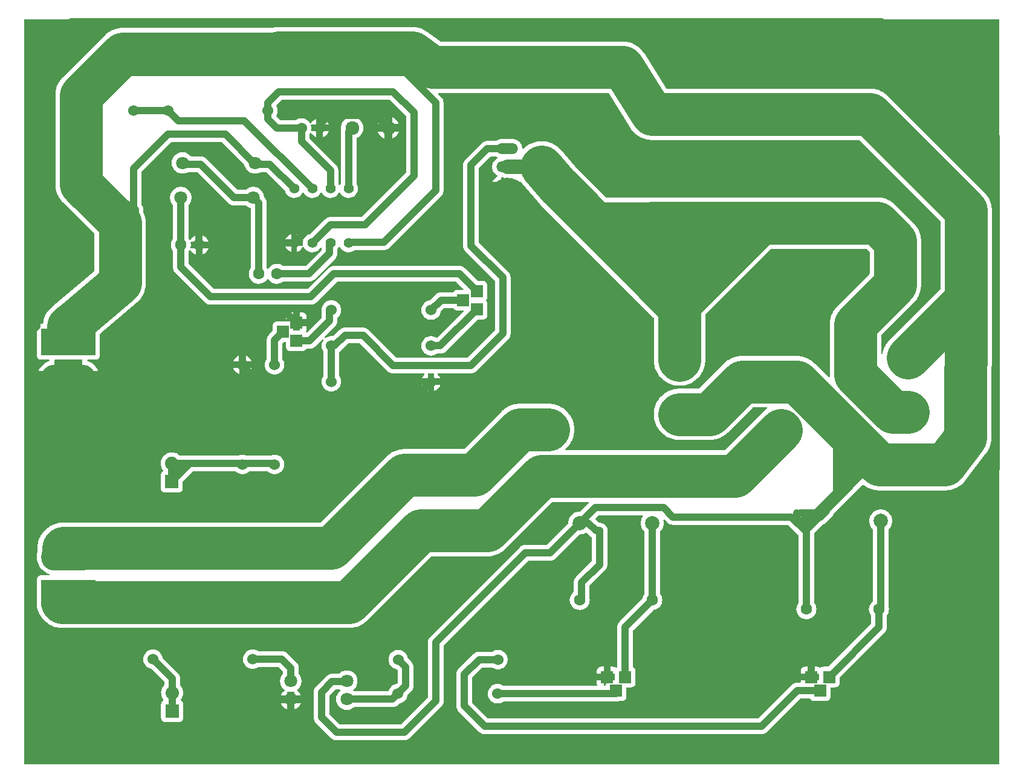
<source format=gbl>
G04 Layer: BottomLayer*
G04 EasyEDA v6.5.22, 2023-02-01 00:42:27*
G04 7127771f42f84564bfbaeca74c76f867,1155796f3fab4927abb0b91c794f2a8a,10*
G04 Gerber Generator version 0.2*
G04 Scale: 100 percent, Rotated: No, Reflected: No *
G04 Dimensions in millimeters *
G04 leading zeros omitted , absolute positions ,4 integer and 5 decimal *
%FSLAX45Y45*%
%MOMM*%

%ADD10C,2.0000*%
%ADD11C,6.0000*%
%ADD12C,1.0000*%
%ADD13R,1.8796X1.8796*%
%ADD14C,1.8796*%
%ADD15O,3.0159960000000003X1.5079980000000002*%
%ADD16C,1.5240*%
%ADD17C,1.9200*%
%ADD18C,1.6000*%
%ADD19C,1.8034*%
%ADD20R,3.0000X3.0000*%
%ADD21C,3.0000*%
%ADD22R,7.6200X3.8100*%
%ADD23O,7.62X3.81*%
%ADD24R,1.6764X1.6764*%
%ADD25C,3.5000*%
%ADD26C,1.4000*%
%ADD27C,1.8000*%
%ADD28C,0.0105*%

%LPD*%
G36*
X646176Y125983D02*
G01*
X642264Y126746D01*
X639013Y128981D01*
X636778Y132232D01*
X636016Y136144D01*
X636016Y10558780D01*
X636778Y10562691D01*
X639013Y10565942D01*
X642264Y10568178D01*
X646176Y10568940D01*
X14278863Y10568940D01*
X14282775Y10568178D01*
X14286026Y10565942D01*
X14288262Y10562691D01*
X14289024Y10558780D01*
X14289024Y136144D01*
X14288262Y132232D01*
X14286026Y128981D01*
X14282775Y126746D01*
X14278863Y125983D01*
G37*

%LPC*%
G36*
X5010048Y464515D02*
G01*
X5958281Y464566D01*
X5969000Y465378D01*
X5972098Y465835D01*
X5982614Y468020D01*
X5985662Y468833D01*
X5998718Y473506D01*
X6008370Y478231D01*
X6011113Y479806D01*
X6020054Y485698D01*
X6022594Y487578D01*
X6030722Y494538D01*
X6480403Y944219D01*
X6487414Y952398D01*
X6489293Y954938D01*
X6495186Y963879D01*
X6496761Y966622D01*
X6501485Y976274D01*
X6506159Y989330D01*
X6506972Y992378D01*
X6509156Y1002893D01*
X6509613Y1005992D01*
X6510426Y1016711D01*
X6510477Y1790039D01*
X6511239Y1793900D01*
X6513474Y1797202D01*
X7692796Y2976524D01*
X7696098Y2978708D01*
X7699959Y2979470D01*
X7999780Y2979521D01*
X8010499Y2980385D01*
X8013598Y2980842D01*
X8024114Y2983026D01*
X8027162Y2983839D01*
X8037322Y2987294D01*
X8040217Y2988513D01*
X8049869Y2993237D01*
X8052612Y2994812D01*
X8061553Y3000705D01*
X8064093Y3002584D01*
X8072221Y3009544D01*
X8407501Y3344722D01*
X8410549Y3346805D01*
X8414105Y3347669D01*
X8432038Y3348634D01*
X8449208Y3351479D01*
X8465921Y3356101D01*
X8482076Y3362553D01*
X8497417Y3370681D01*
X8501278Y3373272D01*
X8504428Y3374694D01*
X8507933Y3374948D01*
X8511286Y3374034D01*
X8514130Y3372053D01*
X8566708Y3319526D01*
X8574786Y3312668D01*
X8579154Y3309569D01*
X8581491Y3307283D01*
X8582964Y3304387D01*
X8583472Y3301136D01*
X8580120Y2975457D01*
X8579307Y2971596D01*
X8577122Y2968396D01*
X8359546Y2750718D01*
X8352485Y2742488D01*
X8350656Y2740050D01*
X8344712Y2731008D01*
X8338464Y2718663D01*
X8337296Y2715818D01*
X8333790Y2705608D01*
X8332978Y2702661D01*
X8330742Y2692044D01*
X8329472Y2678277D01*
X8329472Y2546959D01*
X8329015Y2543911D01*
X8327644Y2541117D01*
X8325510Y2538882D01*
X8322005Y2536190D01*
X8310473Y2524963D01*
X8300313Y2512568D01*
X8291677Y2499055D01*
X8284565Y2484678D01*
X8279180Y2469591D01*
X8275574Y2453944D01*
X8273745Y2437993D01*
X8273745Y2421991D01*
X8275574Y2406040D01*
X8279180Y2390394D01*
X8284565Y2375306D01*
X8291677Y2360930D01*
X8300313Y2347417D01*
X8310473Y2335022D01*
X8322005Y2323846D01*
X8334705Y2314041D01*
X8348421Y2305761D01*
X8363000Y2299106D01*
X8378291Y2294128D01*
X8393988Y2290927D01*
X8409990Y2289556D01*
X8425992Y2290013D01*
X8441893Y2292299D01*
X8457387Y2296363D01*
X8472322Y2302205D01*
X8486546Y2309672D01*
X8499754Y2318766D01*
X8511895Y2329230D01*
X8522716Y2341067D01*
X8532164Y2354021D01*
X8540038Y2367991D01*
X8546287Y2382774D01*
X8550808Y2398166D01*
X8553551Y2413965D01*
X8554466Y2430018D01*
X8553551Y2446020D01*
X8550656Y2462631D01*
X8550503Y2464409D01*
X8550503Y2624988D01*
X8551265Y2628849D01*
X8553450Y2632151D01*
X8769705Y2848406D01*
X8778798Y2859227D01*
X8786368Y2870860D01*
X8792413Y2883357D01*
X8796832Y2896463D01*
X8799576Y2910078D01*
X8800592Y2924251D01*
X8805468Y3398672D01*
X8805265Y3407003D01*
X8804757Y3412642D01*
X8803538Y3420770D01*
X8802319Y3426307D01*
X8800084Y3434181D01*
X8798153Y3439566D01*
X8794953Y3447084D01*
X8792362Y3452164D01*
X8788247Y3459226D01*
X8785098Y3463950D01*
X8780068Y3470452D01*
X8776360Y3474770D01*
X8770569Y3480562D01*
X8766352Y3484372D01*
X8759901Y3489401D01*
X8755176Y3492652D01*
X8748166Y3496868D01*
X8743086Y3499459D01*
X8735618Y3502761D01*
X8730284Y3504692D01*
X8722410Y3507028D01*
X8716873Y3508298D01*
X8708796Y3509619D01*
X8703157Y3510178D01*
X8692184Y3510483D01*
X8688425Y3511346D01*
X8685276Y3513480D01*
X8637930Y3560775D01*
X8635746Y3564077D01*
X8634984Y3567988D01*
X8635746Y3571849D01*
X8637930Y3575151D01*
X8674303Y3611524D01*
X8677554Y3613708D01*
X8681466Y3614470D01*
X9289694Y3614470D01*
X9293910Y3613607D01*
X9297314Y3611067D01*
X9299397Y3607358D01*
X9299803Y3603091D01*
X9298432Y3599078D01*
X9288881Y3583381D01*
X9281617Y3567582D01*
X9276080Y3551123D01*
X9272320Y3534156D01*
X9270441Y3516884D01*
X9270441Y3499510D01*
X9272320Y3482238D01*
X9276080Y3465271D01*
X9281617Y3448812D01*
X9288932Y3433013D01*
X9297873Y3418128D01*
X9308388Y3404311D01*
X9317380Y3394760D01*
X9319463Y3391560D01*
X9320174Y3387801D01*
X9319564Y2520137D01*
X9318955Y2516733D01*
X9307677Y2499055D01*
X9300565Y2484678D01*
X9295180Y2469591D01*
X9291574Y2453944D01*
X9291167Y2450541D01*
X9290202Y2447290D01*
X9288272Y2444546D01*
X8971534Y2127758D01*
X8964574Y2119579D01*
X8962694Y2117039D01*
X8956802Y2108098D01*
X8955227Y2105355D01*
X8950502Y2095703D01*
X8949283Y2092807D01*
X8944965Y2079599D01*
X8942832Y2069134D01*
X8942374Y2065985D01*
X8941511Y2055317D01*
X8941460Y1494129D01*
X8940901Y1490726D01*
X8939225Y1487728D01*
X8936634Y1485442D01*
X8928506Y1480312D01*
X8925001Y1479651D01*
X8921445Y1480312D01*
X8909253Y1487932D01*
X8900464Y1491589D01*
X8891270Y1493774D01*
X8881414Y1494586D01*
X8846261Y1494586D01*
X8846261Y1398524D01*
X8897518Y1398524D01*
X8901379Y1397711D01*
X8904681Y1395526D01*
X8906865Y1392224D01*
X8907678Y1388364D01*
X8907678Y1314246D01*
X8906865Y1310335D01*
X8904681Y1307033D01*
X8901379Y1304848D01*
X8897518Y1304086D01*
X8841536Y1304086D01*
X8831681Y1303274D01*
X8822486Y1301089D01*
X8813698Y1297432D01*
X8805621Y1292504D01*
X8798407Y1286306D01*
X8792260Y1279093D01*
X8787282Y1271016D01*
X8783624Y1262227D01*
X8781440Y1253032D01*
X8780678Y1243177D01*
X8780678Y1235710D01*
X8779865Y1231849D01*
X8777681Y1228547D01*
X8774379Y1226312D01*
X8770518Y1225550D01*
X8759901Y1225550D01*
X8755989Y1226312D01*
X8752687Y1228547D01*
X8750503Y1231849D01*
X8749741Y1235710D01*
X8749741Y1302004D01*
X8653678Y1302004D01*
X8653678Y1266850D01*
X8654440Y1256944D01*
X8656624Y1247749D01*
X8660028Y1239621D01*
X8660790Y1235710D01*
X8660028Y1231849D01*
X8657793Y1228547D01*
X8654542Y1226312D01*
X8650630Y1225550D01*
X7346746Y1225550D01*
X7343851Y1226007D01*
X7341158Y1227226D01*
X7331811Y1233373D01*
X7317638Y1240485D01*
X7302703Y1245920D01*
X7287209Y1249629D01*
X7271461Y1251458D01*
X7255560Y1251458D01*
X7239762Y1249629D01*
X7224268Y1245920D01*
X7209332Y1240485D01*
X7195159Y1233373D01*
X7181850Y1224635D01*
X7169708Y1214424D01*
X7158786Y1202842D01*
X7149287Y1190091D01*
X7141362Y1176324D01*
X7135063Y1161745D01*
X7130491Y1146505D01*
X7127748Y1130858D01*
X7126782Y1115009D01*
X7127748Y1099108D01*
X7130491Y1083462D01*
X7135063Y1068222D01*
X7141362Y1053642D01*
X7149287Y1039876D01*
X7158786Y1027125D01*
X7169708Y1015593D01*
X7181850Y1005382D01*
X7195159Y996645D01*
X7209332Y989482D01*
X7224268Y984046D01*
X7239762Y980389D01*
X7255560Y978560D01*
X7271461Y978560D01*
X7287209Y980389D01*
X7302703Y984046D01*
X7317638Y989482D01*
X7331811Y996645D01*
X7341362Y1002893D01*
X7344003Y1004112D01*
X7346950Y1004569D01*
X8924899Y1004569D01*
X8932011Y1004773D01*
X8938920Y1005433D01*
X8945778Y1006500D01*
X8952534Y1008024D01*
X8959189Y1009954D01*
X8965692Y1012291D01*
X8970772Y1014526D01*
X8974886Y1015441D01*
X9008414Y1015441D01*
X9018270Y1016203D01*
X9027464Y1018438D01*
X9036253Y1022045D01*
X9044330Y1027023D01*
X9051544Y1033170D01*
X9057741Y1040384D01*
X9062669Y1048461D01*
X9066326Y1057249D01*
X9068511Y1066444D01*
X9069324Y1076350D01*
X9069324Y1195781D01*
X9070086Y1199642D01*
X9072270Y1202944D01*
X9075572Y1205128D01*
X9079484Y1205941D01*
X9135414Y1205941D01*
X9145270Y1206703D01*
X9154464Y1208938D01*
X9163253Y1212545D01*
X9171330Y1217523D01*
X9178544Y1223670D01*
X9184741Y1230884D01*
X9189669Y1238961D01*
X9193326Y1247749D01*
X9195511Y1256944D01*
X9196324Y1266850D01*
X9196324Y1433677D01*
X9195511Y1443532D01*
X9193326Y1452727D01*
X9189669Y1461516D01*
X9184741Y1469593D01*
X9178544Y1476806D01*
X9171330Y1483004D01*
X9167317Y1485442D01*
X9164726Y1487728D01*
X9163050Y1490726D01*
X9162491Y1494129D01*
X9162491Y2002028D01*
X9163253Y2005888D01*
X9165437Y2009190D01*
X9444634Y2288336D01*
X9447276Y2290267D01*
X9450374Y2291232D01*
X9457893Y2292299D01*
X9473387Y2296363D01*
X9488322Y2302205D01*
X9502546Y2309672D01*
X9515754Y2318766D01*
X9527895Y2329230D01*
X9538716Y2341067D01*
X9548164Y2354021D01*
X9556038Y2367991D01*
X9562287Y2382774D01*
X9566808Y2398166D01*
X9569551Y2413965D01*
X9570466Y2430018D01*
X9569551Y2446020D01*
X9566808Y2461818D01*
X9562287Y2477211D01*
X9556038Y2491994D01*
X9548164Y2505964D01*
X9542526Y2513736D01*
X9541052Y2516581D01*
X9540595Y2519730D01*
X9541205Y3387750D01*
X9541916Y3391509D01*
X9543948Y3394760D01*
X9553041Y3404311D01*
X9563557Y3418128D01*
X9572498Y3433013D01*
X9579813Y3448812D01*
X9585350Y3465271D01*
X9589058Y3482238D01*
X9590938Y3499510D01*
X9590938Y3516884D01*
X9589058Y3534156D01*
X9586518Y3545687D01*
X9586518Y3550005D01*
X9588296Y3553968D01*
X9591598Y3556762D01*
X9595713Y3557981D01*
X9599980Y3557371D01*
X9603638Y3555034D01*
X9645294Y3513480D01*
X9653473Y3506520D01*
X9655962Y3504641D01*
X9664954Y3498748D01*
X9667697Y3497173D01*
X9677298Y3492449D01*
X9680244Y3491229D01*
X9690354Y3487775D01*
X9693402Y3486912D01*
X9703917Y3484778D01*
X9707067Y3484321D01*
X9717735Y3483457D01*
X11327993Y3483406D01*
X11331854Y3482644D01*
X11335156Y3480460D01*
X11475516Y3340100D01*
X11477752Y3336798D01*
X11478514Y3332886D01*
X11478514Y2390089D01*
X11477904Y2386685D01*
X11466626Y2369058D01*
X11459565Y2354681D01*
X11454180Y2339594D01*
X11450523Y2323947D01*
X11448694Y2307996D01*
X11448694Y2291994D01*
X11450523Y2276043D01*
X11454180Y2260396D01*
X11459565Y2245309D01*
X11466626Y2230932D01*
X11475313Y2217420D01*
X11485473Y2205024D01*
X11496954Y2193798D01*
X11509654Y2184044D01*
X11523421Y2175764D01*
X11538000Y2169058D01*
X11553240Y2164130D01*
X11568988Y2160930D01*
X11584940Y2159558D01*
X11600992Y2160016D01*
X11616893Y2162302D01*
X11632387Y2166366D01*
X11647322Y2172208D01*
X11661546Y2179675D01*
X11674754Y2188768D01*
X11686895Y2199233D01*
X11697716Y2211070D01*
X11707164Y2224024D01*
X11715038Y2237994D01*
X11721287Y2252776D01*
X11725808Y2268169D01*
X11728551Y2283968D01*
X11729466Y2299970D01*
X11728551Y2316022D01*
X11725808Y2331821D01*
X11721287Y2347214D01*
X11715038Y2361996D01*
X11707164Y2375966D01*
X11701424Y2383790D01*
X11700002Y2386634D01*
X11699494Y2389784D01*
X11699494Y3359607D01*
X11700306Y3363518D01*
X11702491Y3366820D01*
X11824309Y3488283D01*
X11827103Y3490264D01*
X11833453Y3493312D01*
X11836146Y3494836D01*
X11845086Y3500729D01*
X11847626Y3502609D01*
X11855805Y3509619D01*
X11945416Y3599230D01*
X11952376Y3607409D01*
X11954256Y3609898D01*
X11960148Y3618890D01*
X11961723Y3621633D01*
X11966397Y3631082D01*
X11968581Y3637076D01*
X11970918Y3640683D01*
X12374626Y4044391D01*
X12377724Y4046474D01*
X12381331Y4047337D01*
X12385040Y4046829D01*
X12388291Y4045000D01*
X12394692Y4039666D01*
X12399721Y4035907D01*
X12416129Y4024376D01*
X12421412Y4020972D01*
X12438583Y4010660D01*
X12444120Y4007612D01*
X12453213Y4003192D01*
X12462002Y3998620D01*
X12467742Y3996029D01*
X12486233Y3988358D01*
X12492177Y3986174D01*
X12511176Y3979875D01*
X12517221Y3978097D01*
X12536678Y3973220D01*
X12542824Y3971899D01*
X12562535Y3968445D01*
X12568783Y3967581D01*
X12588748Y3965549D01*
X12595047Y3965143D01*
X12605156Y3964990D01*
X12615113Y3964584D01*
X13529868Y3964584D01*
X13545261Y3964940D01*
X13556386Y3965600D01*
X13571524Y3967022D01*
X13582548Y3968445D01*
X13597585Y3970985D01*
X13608456Y3973220D01*
X13623239Y3976878D01*
X13633907Y3979926D01*
X13648385Y3984599D01*
X13658850Y3988409D01*
X13672921Y3994150D01*
X13683081Y3998722D01*
X13696746Y4005427D01*
X13706500Y4010761D01*
X13719606Y4018483D01*
X13729004Y4024477D01*
X13735304Y4028998D01*
X13741501Y4033113D01*
X13750391Y4039768D01*
X13762228Y4049318D01*
X13770660Y4056634D01*
X13781735Y4066997D01*
X13789609Y4074922D01*
X13799921Y4086098D01*
X13807186Y4094530D01*
X13811910Y4100677D01*
X13816787Y4106570D01*
X14106448Y4486148D01*
X14113154Y4495241D01*
X14116659Y4500524D01*
X14120164Y4505350D01*
X14127683Y4517186D01*
X14130782Y4522724D01*
X14133931Y4527804D01*
X14140586Y4540148D01*
X14146022Y4551172D01*
X14151762Y4563973D01*
X14153997Y4569917D01*
X14156385Y4575403D01*
X14161160Y4588611D01*
X14164919Y4600295D01*
X14168729Y4613808D01*
X14171676Y4625746D01*
X14174469Y4639513D01*
X14175384Y4645761D01*
X14176501Y4651654D01*
X14178280Y4665573D01*
X14179448Y4677816D01*
X14180210Y4691837D01*
X14180210Y4698136D01*
X14180464Y4704283D01*
X14185442Y6693865D01*
X14185392Y7889494D01*
X14184833Y7909559D01*
X14184426Y7915859D01*
X14182445Y7935823D01*
X14181582Y7942021D01*
X14178127Y7961782D01*
X14176806Y7967929D01*
X14171930Y7987385D01*
X14170151Y7993430D01*
X14163852Y8012430D01*
X14161668Y8018322D01*
X14153997Y8036864D01*
X14151356Y8042605D01*
X14142364Y8060486D01*
X14139367Y8066024D01*
X14129054Y8083194D01*
X14125651Y8088477D01*
X14114119Y8104886D01*
X14110309Y8109915D01*
X14097660Y8125409D01*
X14093494Y8130184D01*
X14079677Y8144764D01*
X12733731Y9490659D01*
X12719151Y9504476D01*
X12714427Y9508642D01*
X12698933Y9521291D01*
X12693904Y9525101D01*
X12677495Y9536633D01*
X12672212Y9540036D01*
X12654991Y9550349D01*
X12649504Y9553397D01*
X12631572Y9562388D01*
X12625832Y9564979D01*
X12607340Y9572650D01*
X12601448Y9574834D01*
X12582448Y9581134D01*
X12576352Y9582912D01*
X12556947Y9587788D01*
X12550800Y9589109D01*
X12531039Y9592564D01*
X12524790Y9593427D01*
X12504877Y9595459D01*
X12498578Y9595866D01*
X12478512Y9596374D01*
X9634474Y9596374D01*
X9631121Y9596983D01*
X9628174Y9598609D01*
X9625888Y9601098D01*
X9316059Y10089286D01*
X9304731Y10106152D01*
X9301175Y10111028D01*
X9288627Y10127030D01*
X9284716Y10131602D01*
X9271050Y10146588D01*
X9266783Y10150906D01*
X9252051Y10164876D01*
X9247530Y10168890D01*
X9231833Y10181691D01*
X9227007Y10185349D01*
X9210395Y10197033D01*
X9205315Y10200335D01*
X9187891Y10210749D01*
X9182608Y10213644D01*
X9164472Y10222788D01*
X9158986Y10225278D01*
X9140240Y10233050D01*
X9134602Y10235184D01*
X9115348Y10241534D01*
X9109506Y10243261D01*
X9089847Y10248188D01*
X9083954Y10249458D01*
X9063939Y10252964D01*
X9057944Y10253776D01*
X9037777Y10255859D01*
X9031732Y10256215D01*
X9011412Y10256774D01*
X6465112Y10256774D01*
X6462014Y10257282D01*
X6459169Y10258755D01*
X6277406Y10390936D01*
X6270498Y10395559D01*
X6263995Y10400233D01*
X6255461Y10405668D01*
X6241542Y10413898D01*
X6232601Y10418775D01*
X6218123Y10425938D01*
X6208877Y10430103D01*
X6193891Y10436250D01*
X6184341Y10439755D01*
X6168948Y10444734D01*
X6159195Y10447528D01*
X6151168Y10449356D01*
X6143498Y10451388D01*
X6133541Y10453471D01*
X6117590Y10456164D01*
X6107531Y10457484D01*
X6091377Y10459059D01*
X6081268Y10459618D01*
X6065012Y10459974D01*
X4198467Y10459974D01*
X4178401Y10459466D01*
X4172102Y10459059D01*
X4152188Y10457027D01*
X4145940Y10456164D01*
X4126229Y10452709D01*
X4120032Y10451388D01*
X4105148Y10447629D01*
X4102658Y10447274D01*
X2014067Y10447274D01*
X1994001Y10446766D01*
X1987702Y10446359D01*
X1967788Y10444327D01*
X1961540Y10443464D01*
X1941830Y10440009D01*
X1935632Y10438688D01*
X1916226Y10433812D01*
X1910181Y10432034D01*
X1891182Y10425734D01*
X1885238Y10423550D01*
X1866747Y10415879D01*
X1861007Y10413288D01*
X1843125Y10404297D01*
X1837588Y10401249D01*
X1820418Y10390936D01*
X1815084Y10387533D01*
X1798726Y10376001D01*
X1793697Y10372191D01*
X1778152Y10359542D01*
X1773428Y10355376D01*
X1758848Y10341559D01*
X1174902Y9757664D01*
X1161135Y9743084D01*
X1156970Y9738309D01*
X1144270Y9722815D01*
X1140460Y9717786D01*
X1128979Y9701377D01*
X1125524Y9696094D01*
X1115263Y9678924D01*
X1112215Y9673386D01*
X1103223Y9655505D01*
X1100582Y9649764D01*
X1092962Y9631222D01*
X1090726Y9625330D01*
X1084427Y9606330D01*
X1082700Y9600285D01*
X1077772Y9580829D01*
X1076502Y9574682D01*
X1072997Y9554921D01*
X1072184Y9548723D01*
X1070152Y9528759D01*
X1069746Y9522460D01*
X1069187Y9502394D01*
X1069187Y8258200D01*
X1069746Y8238134D01*
X1070152Y8231835D01*
X1072184Y8211870D01*
X1072997Y8205622D01*
X1076502Y8185912D01*
X1077772Y8179765D01*
X1082700Y8160308D01*
X1084427Y8154263D01*
X1087729Y8144713D01*
X1090726Y8135264D01*
X1092962Y8129320D01*
X1100582Y8110829D01*
X1103223Y8105089D01*
X1112215Y8087207D01*
X1115263Y8081670D01*
X1125524Y8064500D01*
X1128979Y8059216D01*
X1140460Y8042808D01*
X1144270Y8037779D01*
X1156970Y8022285D01*
X1161135Y8017509D01*
X1174902Y8002930D01*
X1612341Y7565542D01*
X1614525Y7562240D01*
X1615287Y7558379D01*
X1615287Y7041997D01*
X1614373Y7037730D01*
X1611731Y7034275D01*
X1142136Y6634429D01*
X1032967Y6548983D01*
X1012698Y6531914D01*
X993851Y6513525D01*
X976426Y6493764D01*
X960475Y6472834D01*
X946048Y6450787D01*
X933348Y6427724D01*
X922324Y6403797D01*
X913079Y6379159D01*
X905662Y6353911D01*
X900074Y6328156D01*
X897229Y6307937D01*
X896112Y6304534D01*
X893826Y6301689D01*
X890727Y6299860D01*
X887171Y6299200D01*
X871321Y6299200D01*
X861415Y6298438D01*
X852220Y6296202D01*
X843432Y6292596D01*
X835355Y6287617D01*
X828141Y6281470D01*
X821994Y6274257D01*
X817016Y6266129D01*
X813409Y6257391D01*
X811174Y6248146D01*
X810412Y6238290D01*
X810412Y5858103D01*
X811174Y5848248D01*
X813409Y5839002D01*
X817016Y5830265D01*
X821994Y5822137D01*
X828141Y5814923D01*
X835355Y5808776D01*
X843432Y5803798D01*
X852220Y5800191D01*
X861415Y5797956D01*
X871321Y5797194D01*
X976579Y5797194D01*
X980592Y5796381D01*
X983945Y5794044D01*
X986129Y5790590D01*
X986739Y5786526D01*
X985723Y5782564D01*
X983234Y5779312D01*
X979627Y5777331D01*
X975563Y5776061D01*
X955344Y5767679D01*
X935888Y5757570D01*
X917448Y5745784D01*
X900074Y5732475D01*
X883919Y5717692D01*
X869137Y5701538D01*
X855776Y5684164D01*
X844042Y5665673D01*
X833932Y5646267D01*
X832053Y5641797D01*
X1055065Y5641797D01*
X1055065Y5787034D01*
X1055827Y5790895D01*
X1058011Y5794197D01*
X1061313Y5796432D01*
X1065225Y5797194D01*
X1438605Y5797194D01*
X1442466Y5796432D01*
X1445768Y5794197D01*
X1447952Y5790895D01*
X1448765Y5787034D01*
X1448765Y5641797D01*
X1671726Y5641797D01*
X1669897Y5646267D01*
X1659788Y5665673D01*
X1648002Y5684164D01*
X1634693Y5701538D01*
X1619859Y5717692D01*
X1603756Y5732475D01*
X1586382Y5745784D01*
X1567891Y5757570D01*
X1548485Y5767679D01*
X1528267Y5776061D01*
X1524152Y5777331D01*
X1520596Y5779312D01*
X1518056Y5782564D01*
X1517040Y5786526D01*
X1517700Y5790590D01*
X1519834Y5794044D01*
X1523187Y5796381D01*
X1527200Y5797194D01*
X1632508Y5797194D01*
X1642364Y5797956D01*
X1651609Y5800191D01*
X1660347Y5803798D01*
X1668424Y5808776D01*
X1675638Y5814923D01*
X1681835Y5822137D01*
X1686763Y5830265D01*
X1690420Y5839002D01*
X1692605Y5848248D01*
X1693418Y5858103D01*
X1693418Y6152184D01*
X1694332Y6156452D01*
X1696974Y6159906D01*
X2209342Y6596176D01*
X2226106Y6611366D01*
X2244394Y6630314D01*
X2263495Y6653580D01*
X2276551Y6672021D01*
X2290267Y6694474D01*
X2302306Y6717893D01*
X2313889Y6745681D01*
X2321052Y6767068D01*
X2328519Y6796227D01*
X2332482Y6818477D01*
X2335580Y6848348D01*
X2336292Y6870953D01*
X2336292Y7711694D01*
X2335733Y7731759D01*
X2335326Y7738059D01*
X2333345Y7758023D01*
X2332482Y7764221D01*
X2329027Y7783982D01*
X2327706Y7790129D01*
X2322830Y7809585D01*
X2321052Y7815630D01*
X2314752Y7834630D01*
X2312568Y7840522D01*
X2304897Y7859064D01*
X2302256Y7864805D01*
X2301443Y7867446D01*
X2301392Y7870190D01*
X2302764Y7881721D01*
X2302764Y7897622D01*
X2300884Y7913420D01*
X2297226Y7928914D01*
X2291791Y7943850D01*
X2284679Y7958023D01*
X2278481Y7967472D01*
X2277211Y7970113D01*
X2276805Y7973059D01*
X2276805Y8423910D01*
X2277567Y8427821D01*
X2279802Y8431123D01*
X2691688Y8843010D01*
X2694990Y8845194D01*
X2698902Y8846007D01*
X3399028Y8846007D01*
X3402888Y8845194D01*
X3406190Y8843010D01*
X3715054Y8534146D01*
X3716883Y8531656D01*
X3717899Y8528659D01*
X3719118Y8521446D01*
X3723792Y8505240D01*
X3730244Y8489594D01*
X3738422Y8474811D01*
X3748227Y8461044D01*
X3759454Y8448446D01*
X3772052Y8437168D01*
X3785819Y8427415D01*
X3800601Y8419236D01*
X3816248Y8412784D01*
X3832453Y8408111D01*
X3849115Y8405266D01*
X3865981Y8404301D01*
X3882847Y8405266D01*
X3899509Y8408111D01*
X3915765Y8412784D01*
X3931361Y8419236D01*
X3942892Y8425637D01*
X3945280Y8426551D01*
X3947820Y8426907D01*
X4021328Y8426907D01*
X4025188Y8426094D01*
X4028490Y8423910D01*
X4285284Y8167166D01*
X4286961Y8164931D01*
X4287977Y8162340D01*
X4289399Y8156397D01*
X4294784Y8141868D01*
X4301845Y8128152D01*
X4310481Y8115300D01*
X4320590Y8103616D01*
X4331970Y8093151D01*
X4344517Y8084159D01*
X4358081Y8076692D01*
X4372406Y8070900D01*
X4387342Y8066786D01*
X4402632Y8064500D01*
X4418076Y8064042D01*
X4433468Y8065414D01*
X4448606Y8068614D01*
X4463237Y8073593D01*
X4477207Y8080197D01*
X4490262Y8088477D01*
X4502251Y8098231D01*
X4513021Y8109305D01*
X4522419Y8121599D01*
X4530293Y8134908D01*
X4531868Y8138566D01*
X4534052Y8141665D01*
X4537202Y8143798D01*
X4540910Y8144611D01*
X4544618Y8144002D01*
X4547870Y8142071D01*
X4550206Y8139074D01*
X4555845Y8128152D01*
X4564481Y8115300D01*
X4574590Y8103616D01*
X4585970Y8093151D01*
X4598517Y8084159D01*
X4612081Y8076692D01*
X4626406Y8070900D01*
X4641342Y8066786D01*
X4656632Y8064500D01*
X4672076Y8064042D01*
X4687468Y8065414D01*
X4702606Y8068614D01*
X4717237Y8073593D01*
X4731207Y8080197D01*
X4744262Y8088477D01*
X4756251Y8098231D01*
X4767021Y8109305D01*
X4776419Y8121599D01*
X4784293Y8134908D01*
X4785868Y8138566D01*
X4788052Y8141665D01*
X4791202Y8143798D01*
X4794910Y8144611D01*
X4798618Y8144002D01*
X4801870Y8142071D01*
X4804206Y8139074D01*
X4809845Y8128152D01*
X4818481Y8115300D01*
X4828590Y8103616D01*
X4839970Y8093151D01*
X4852517Y8084159D01*
X4866081Y8076692D01*
X4880406Y8070900D01*
X4895342Y8066786D01*
X4910632Y8064500D01*
X4926076Y8064042D01*
X4941468Y8065414D01*
X4956606Y8068614D01*
X4971237Y8073593D01*
X4985207Y8080197D01*
X4998262Y8088477D01*
X5010251Y8098231D01*
X5021021Y8109305D01*
X5030419Y8121599D01*
X5038293Y8134908D01*
X5039868Y8138566D01*
X5042052Y8141665D01*
X5045202Y8143798D01*
X5048910Y8144611D01*
X5052618Y8144002D01*
X5055870Y8142071D01*
X5058206Y8139074D01*
X5063845Y8128152D01*
X5072481Y8115300D01*
X5082590Y8103616D01*
X5093970Y8093151D01*
X5106517Y8084159D01*
X5120081Y8076692D01*
X5134406Y8070900D01*
X5149342Y8066786D01*
X5164632Y8064500D01*
X5180076Y8064042D01*
X5195468Y8065414D01*
X5210606Y8068614D01*
X5225237Y8073593D01*
X5239207Y8080197D01*
X5252262Y8088477D01*
X5264251Y8098231D01*
X5275021Y8109305D01*
X5284419Y8121599D01*
X5292293Y8134908D01*
X5298541Y8149081D01*
X5303012Y8163864D01*
X5305755Y8179053D01*
X5306669Y8194497D01*
X5305755Y8209940D01*
X5303012Y8225129D01*
X5298541Y8239912D01*
X5292293Y8254085D01*
X5288127Y8261146D01*
X5287060Y8263636D01*
X5286705Y8266328D01*
X5286705Y8894318D01*
X5287467Y8898128D01*
X5289600Y8901430D01*
X5292801Y8903614D01*
X5297678Y8905748D01*
X5312613Y8914384D01*
X5326481Y8924594D01*
X5339181Y8936278D01*
X5350510Y8949283D01*
X5360314Y8963456D01*
X5368544Y8978595D01*
X5374995Y8994597D01*
X5379720Y9011158D01*
X5382514Y9028176D01*
X5383479Y9045397D01*
X5382514Y9062618D01*
X5379720Y9079636D01*
X5374995Y9096197D01*
X5368544Y9112199D01*
X5360314Y9127337D01*
X5350510Y9141510D01*
X5339181Y9154515D01*
X5326481Y9166199D01*
X5312613Y9176410D01*
X5297678Y9184995D01*
X5281879Y9191955D01*
X5265420Y9197086D01*
X5248503Y9200388D01*
X5231333Y9201810D01*
X5214061Y9201353D01*
X5196992Y9198965D01*
X5180279Y9194749D01*
X5164124Y9188704D01*
X5148732Y9180931D01*
X5134305Y9171482D01*
X5120995Y9160510D01*
X5109006Y9148165D01*
X5098389Y9134551D01*
X5089398Y9119870D01*
X5082032Y9104274D01*
X5076393Y9087967D01*
X5072634Y9071152D01*
X5070754Y9054033D01*
X5070754Y9036761D01*
X5071313Y9031782D01*
X5070906Y9027718D01*
X5069179Y9022080D01*
X5067046Y9011716D01*
X5066588Y9008618D01*
X5065674Y8994495D01*
X5065674Y8266684D01*
X5065420Y8264296D01*
X5064556Y8262010D01*
X5058206Y8249818D01*
X5055870Y8246872D01*
X5052568Y8244992D01*
X5048859Y8244382D01*
X5045151Y8245195D01*
X5042052Y8247329D01*
X5039868Y8250428D01*
X5038293Y8254085D01*
X5034127Y8261146D01*
X5033060Y8263636D01*
X5032705Y8266328D01*
X5032654Y8451799D01*
X5031384Y8465616D01*
X5029200Y8476132D01*
X5024882Y8489340D01*
X5023662Y8492236D01*
X5018938Y8501888D01*
X5017414Y8504580D01*
X5011521Y8513572D01*
X5009591Y8516112D01*
X5002631Y8524240D01*
X4629302Y8897670D01*
X4627067Y8900972D01*
X4626305Y8904884D01*
X4626305Y8961932D01*
X4626813Y8965133D01*
X4628337Y8968028D01*
X4630013Y8970264D01*
X4633976Y8977223D01*
X4636820Y8980373D01*
X4640681Y8982049D01*
X4644898Y8982049D01*
X4648758Y8980373D01*
X4651603Y8977223D01*
X4655616Y8970264D01*
X4665116Y8957513D01*
X4675987Y8945981D01*
X4688179Y8935770D01*
X4701438Y8927033D01*
X4715662Y8919870D01*
X4725365Y8916365D01*
X4725365Y9000947D01*
X4658563Y9000947D01*
X4654296Y9001912D01*
X4650790Y9004604D01*
X4648758Y9008516D01*
X4648555Y9012885D01*
X4651552Y9029547D01*
X4652467Y9045397D01*
X4651552Y9061246D01*
X4648555Y9077909D01*
X4648758Y9082278D01*
X4650790Y9086189D01*
X4654296Y9088882D01*
X4658563Y9089847D01*
X4725365Y9089847D01*
X4725365Y9174429D01*
X4715662Y9170924D01*
X4701438Y9163761D01*
X4688179Y9155023D01*
X4675987Y9144812D01*
X4665116Y9133230D01*
X4655616Y9120479D01*
X4651603Y9113570D01*
X4648758Y9110421D01*
X4644898Y9108694D01*
X4640681Y9108694D01*
X4636820Y9110421D01*
X4633976Y9113570D01*
X4630013Y9120479D01*
X4620514Y9133230D01*
X4609592Y9144812D01*
X4597400Y9155023D01*
X4584141Y9163761D01*
X4569917Y9170924D01*
X4554982Y9176359D01*
X4539538Y9180017D01*
X4523740Y9181846D01*
X4507839Y9181846D01*
X4492040Y9180017D01*
X4476597Y9176359D01*
X4461662Y9170924D01*
X4447438Y9163761D01*
X4438040Y9157563D01*
X4435348Y9156344D01*
X4432452Y9155887D01*
X4222902Y9155887D01*
X4218990Y9156649D01*
X4215688Y9158884D01*
X4166666Y9207906D01*
X4164329Y9211614D01*
X4163720Y9215983D01*
X4165041Y9220149D01*
X4168038Y9225330D01*
X4174337Y9239961D01*
X4178909Y9255150D01*
X4181652Y9270847D01*
X4182567Y9286697D01*
X4181652Y9302546D01*
X4178909Y9318193D01*
X4174337Y9333433D01*
X4168038Y9348063D01*
X4165041Y9353245D01*
X4163720Y9357410D01*
X4164329Y9361779D01*
X4166666Y9365488D01*
X4241088Y9439910D01*
X4244390Y9442094D01*
X4248302Y9442907D01*
X5748528Y9442907D01*
X5752388Y9442094D01*
X5755690Y9439910D01*
X5977128Y9218523D01*
X5979312Y9215221D01*
X5980074Y9211310D01*
X5980074Y8422284D01*
X5979312Y8418372D01*
X5977128Y8415070D01*
X5361990Y7799984D01*
X5358688Y7797749D01*
X5354828Y7796987D01*
X4918913Y7796936D01*
X4908194Y7796123D01*
X4905095Y7795666D01*
X4894580Y7793481D01*
X4891532Y7792669D01*
X4881372Y7789164D01*
X4878476Y7787944D01*
X4868824Y7783271D01*
X4866081Y7781696D01*
X4857140Y7775803D01*
X4854600Y7773924D01*
X4846421Y7766913D01*
X4640884Y7561427D01*
X4638802Y7559852D01*
X4636363Y7558836D01*
X4626406Y7556093D01*
X4612081Y7550302D01*
X4598517Y7542834D01*
X4585970Y7533843D01*
X4574590Y7523378D01*
X4564481Y7511694D01*
X4555845Y7498842D01*
X4550206Y7487920D01*
X4547870Y7484922D01*
X4544618Y7482992D01*
X4540910Y7482382D01*
X4537202Y7483195D01*
X4534052Y7485329D01*
X4531868Y7488428D01*
X4530293Y7492085D01*
X4522419Y7505395D01*
X4513021Y7517688D01*
X4502251Y7528763D01*
X4490262Y7538516D01*
X4477207Y7546746D01*
X4463237Y7553401D01*
X4455566Y7555992D01*
X4455566Y7473848D01*
X4531258Y7473848D01*
X4534865Y7473188D01*
X4538014Y7471308D01*
X4540250Y7468412D01*
X4541367Y7464958D01*
X4541164Y7461300D01*
X4539792Y7455560D01*
X4537964Y7440218D01*
X4537964Y7424775D01*
X4539792Y7409434D01*
X4541164Y7403693D01*
X4541367Y7400036D01*
X4540250Y7396581D01*
X4538014Y7393686D01*
X4534865Y7391806D01*
X4531258Y7391146D01*
X4455566Y7391146D01*
X4455566Y7308951D01*
X4463237Y7311593D01*
X4477207Y7318197D01*
X4490262Y7326477D01*
X4502251Y7336231D01*
X4513021Y7347305D01*
X4522419Y7359599D01*
X4530293Y7372908D01*
X4531868Y7376566D01*
X4534052Y7379665D01*
X4537202Y7381798D01*
X4540910Y7382611D01*
X4544618Y7382002D01*
X4547870Y7380071D01*
X4550206Y7377074D01*
X4555845Y7366152D01*
X4564481Y7353300D01*
X4574590Y7341616D01*
X4585970Y7331151D01*
X4598517Y7322159D01*
X4612081Y7314692D01*
X4626406Y7308900D01*
X4641342Y7304786D01*
X4656632Y7302500D01*
X4672076Y7302042D01*
X4687468Y7303414D01*
X4702606Y7306614D01*
X4717237Y7311593D01*
X4731207Y7318197D01*
X4744262Y7326477D01*
X4756251Y7336231D01*
X4767021Y7347305D01*
X4776419Y7359599D01*
X4780076Y7365796D01*
X4783074Y7368997D01*
X4787138Y7370673D01*
X4791506Y7370419D01*
X4795418Y7368387D01*
X4798060Y7364933D01*
X4798974Y7360615D01*
X4798974Y7342784D01*
X4798212Y7338872D01*
X4796028Y7335570D01*
X4574590Y7114184D01*
X4571288Y7111949D01*
X4567428Y7111187D01*
X4262932Y7111187D01*
X4259935Y7111644D01*
X4257192Y7112965D01*
X4245457Y7120991D01*
X4231284Y7128509D01*
X4216298Y7134301D01*
X4200804Y7138365D01*
X4184904Y7140651D01*
X4168901Y7141108D01*
X4152900Y7139736D01*
X4137202Y7136587D01*
X4121912Y7131608D01*
X4107332Y7124953D01*
X4093616Y7116673D01*
X4080916Y7106869D01*
X4069384Y7095693D01*
X4059224Y7083247D01*
X4054551Y7075982D01*
X4051858Y7073138D01*
X4048251Y7071563D01*
X4044289Y7071461D01*
X4040632Y7072884D01*
X4037736Y7075576D01*
X4031284Y7084618D01*
X4029862Y7087412D01*
X4029405Y7090511D01*
X4029354Y7994599D01*
X4028490Y8005318D01*
X4028033Y8008416D01*
X4025900Y8018932D01*
X4021582Y8032140D01*
X4020362Y8035036D01*
X4015638Y8044688D01*
X4014063Y8047431D01*
X4008170Y8056372D01*
X4006291Y8058912D01*
X3999331Y8067040D01*
X3995674Y8070748D01*
X3993642Y8073796D01*
X3992829Y8077301D01*
X3992422Y8084362D01*
X3989578Y8101025D01*
X3984904Y8117230D01*
X3978452Y8132876D01*
X3970274Y8147659D01*
X3960469Y8161426D01*
X3949242Y8174024D01*
X3936644Y8185302D01*
X3922877Y8195056D01*
X3908044Y8203234D01*
X3892448Y8209686D01*
X3876243Y8214359D01*
X3859580Y8217204D01*
X3842715Y8218170D01*
X3825849Y8217204D01*
X3809187Y8214359D01*
X3792931Y8209686D01*
X3777335Y8203234D01*
X3762552Y8195056D01*
X3748786Y8185302D01*
X3743553Y8180628D01*
X3740404Y8178698D01*
X3736797Y8178038D01*
X3622497Y8178038D01*
X3618585Y8178800D01*
X3615283Y8181035D01*
X3178352Y8617864D01*
X3170224Y8624874D01*
X3167684Y8626754D01*
X3158744Y8632647D01*
X3156000Y8634222D01*
X3146348Y8638946D01*
X3133293Y8643620D01*
X3130245Y8644432D01*
X3119729Y8646617D01*
X3116630Y8647074D01*
X3105912Y8647887D01*
X2973171Y8647938D01*
X2969056Y8648852D01*
X2965602Y8651341D01*
X2956509Y8661501D01*
X2943910Y8672779D01*
X2930144Y8682532D01*
X2915361Y8690711D01*
X2899765Y8697163D01*
X2883509Y8701836D01*
X2866847Y8704681D01*
X2849981Y8705646D01*
X2833116Y8704681D01*
X2816453Y8701836D01*
X2800248Y8697163D01*
X2784602Y8690711D01*
X2769819Y8682532D01*
X2756052Y8672779D01*
X2743454Y8661501D01*
X2732227Y8648903D01*
X2722422Y8635136D01*
X2714244Y8620353D01*
X2707792Y8604758D01*
X2703118Y8588502D01*
X2700274Y8571839D01*
X2699359Y8554974D01*
X2700274Y8538108D01*
X2703118Y8521446D01*
X2707792Y8505240D01*
X2714244Y8489594D01*
X2722422Y8474811D01*
X2732227Y8461044D01*
X2743454Y8448446D01*
X2756052Y8437168D01*
X2769819Y8427415D01*
X2784602Y8419236D01*
X2800248Y8412784D01*
X2816453Y8408111D01*
X2833116Y8405266D01*
X2849981Y8404301D01*
X2866847Y8405266D01*
X2883509Y8408111D01*
X2899765Y8412784D01*
X2915361Y8419236D01*
X2926994Y8425688D01*
X2929382Y8426602D01*
X2931922Y8426958D01*
X3052622Y8426958D01*
X3056534Y8426196D01*
X3059836Y8423960D01*
X3496767Y7987131D01*
X3504895Y7980121D01*
X3507435Y7978241D01*
X3516376Y7972348D01*
X3519119Y7970774D01*
X3528771Y7966049D01*
X3541826Y7961375D01*
X3544874Y7960563D01*
X3555390Y7958378D01*
X3558489Y7957921D01*
X3569208Y7957108D01*
X3736695Y7957058D01*
X3740302Y7956397D01*
X3743451Y7954467D01*
X3748786Y7949692D01*
X3762552Y7939938D01*
X3777335Y7931759D01*
X3792931Y7925308D01*
X3801059Y7922971D01*
X3804869Y7920888D01*
X3807460Y7917434D01*
X3808374Y7913217D01*
X3808374Y7090714D01*
X3807815Y7087311D01*
X3796588Y7069785D01*
X3789476Y7055358D01*
X3784092Y7040270D01*
X3780485Y7024674D01*
X3778656Y7008723D01*
X3778656Y6992670D01*
X3780485Y6976719D01*
X3784092Y6961124D01*
X3789476Y6945985D01*
X3796588Y6931609D01*
X3805224Y6918096D01*
X3815384Y6905701D01*
X3826916Y6894525D01*
X3839616Y6884720D01*
X3853332Y6876440D01*
X3867912Y6869785D01*
X3883202Y6864807D01*
X3898900Y6861657D01*
X3914901Y6860286D01*
X3930904Y6860743D01*
X3946804Y6863029D01*
X3962298Y6867093D01*
X3977284Y6872884D01*
X3991457Y6880402D01*
X4004665Y6889445D01*
X4016806Y6899960D01*
X4027678Y6911746D01*
X4037177Y6924903D01*
X4039920Y6928002D01*
X4043679Y6929780D01*
X4047794Y6929881D01*
X4051655Y6928358D01*
X4054551Y6925411D01*
X4059224Y6918096D01*
X4069384Y6905701D01*
X4080916Y6894525D01*
X4093616Y6884720D01*
X4107332Y6876440D01*
X4121912Y6869785D01*
X4137202Y6864807D01*
X4152900Y6861657D01*
X4168901Y6860286D01*
X4184904Y6860743D01*
X4200804Y6863029D01*
X4216298Y6867093D01*
X4231284Y6872884D01*
X4245457Y6880402D01*
X4257192Y6888429D01*
X4259935Y6889750D01*
X4262932Y6890207D01*
X4620717Y6890258D01*
X4631385Y6891070D01*
X4634534Y6891528D01*
X4645050Y6893712D01*
X4648098Y6894525D01*
X4661154Y6899198D01*
X4670755Y6903923D01*
X4673498Y6905498D01*
X4682490Y6911390D01*
X4684979Y6913270D01*
X4693158Y6920230D01*
X4989931Y7217054D01*
X4996891Y7225182D01*
X4998821Y7227722D01*
X5004714Y7236663D01*
X5010962Y7249058D01*
X5012182Y7251953D01*
X5016500Y7265162D01*
X5018684Y7275677D01*
X5019954Y7289495D01*
X5020005Y7342530D01*
X5020513Y7345781D01*
X5022088Y7348677D01*
X5030419Y7359599D01*
X5038293Y7372908D01*
X5039868Y7376566D01*
X5042052Y7379665D01*
X5045202Y7381798D01*
X5048910Y7382611D01*
X5052618Y7382002D01*
X5055870Y7380071D01*
X5058206Y7377074D01*
X5063845Y7366152D01*
X5072481Y7353300D01*
X5082590Y7341616D01*
X5093970Y7331151D01*
X5106517Y7322159D01*
X5120081Y7314692D01*
X5134406Y7308900D01*
X5149342Y7304786D01*
X5164632Y7302500D01*
X5180076Y7302042D01*
X5195468Y7303414D01*
X5210606Y7306614D01*
X5225237Y7311593D01*
X5239207Y7318197D01*
X5252262Y7326477D01*
X5259578Y7332421D01*
X5262626Y7334097D01*
X5265978Y7334707D01*
X5674817Y7334758D01*
X5685485Y7335570D01*
X5688634Y7336028D01*
X5699150Y7338212D01*
X5702198Y7339025D01*
X5715254Y7343698D01*
X5724855Y7348423D01*
X5727598Y7349998D01*
X5736590Y7355890D01*
X5739079Y7357770D01*
X5747258Y7364730D01*
X6475831Y8093354D01*
X6482791Y8101482D01*
X6484721Y8104022D01*
X6490614Y8112963D01*
X6496862Y8125358D01*
X6498082Y8128253D01*
X6502400Y8141462D01*
X6504584Y8151977D01*
X6505854Y8165795D01*
X6505854Y9404299D01*
X6504584Y9418116D01*
X6502400Y9428632D01*
X6498082Y9441840D01*
X6496862Y9444736D01*
X6492138Y9454388D01*
X6490614Y9457080D01*
X6484721Y9466072D01*
X6482791Y9468612D01*
X6475831Y9476740D01*
X6434226Y9518446D01*
X6432042Y9521748D01*
X6431229Y9525609D01*
X6432042Y9529521D01*
X6434226Y9532823D01*
X6437528Y9535007D01*
X6441389Y9535769D01*
X8807805Y9535769D01*
X8811158Y9535210D01*
X8814155Y9533585D01*
X8816390Y9531096D01*
X9126220Y9042908D01*
X9137599Y9026042D01*
X9141155Y9021114D01*
X9153702Y9005163D01*
X9157614Y9000591D01*
X9171279Y8985554D01*
X9175496Y8981287D01*
X9190228Y8967317D01*
X9194749Y8963304D01*
X9210497Y8950452D01*
X9215272Y8946845D01*
X9231884Y8935161D01*
X9236964Y8931859D01*
X9254388Y8921445D01*
X9259671Y8918549D01*
X9277807Y8909405D01*
X9283293Y8906916D01*
X9302038Y8899144D01*
X9307728Y8897010D01*
X9326981Y8890660D01*
X9332772Y8888933D01*
X9352432Y8884005D01*
X9358376Y8882735D01*
X9378340Y8879230D01*
X9384334Y8878366D01*
X9404502Y8876334D01*
X9410547Y8875979D01*
X9430867Y8875369D01*
X12325146Y8875369D01*
X12329058Y8874607D01*
X12332360Y8872423D01*
X13461441Y7743342D01*
X13463625Y7740040D01*
X13464387Y7736179D01*
X13464387Y6789521D01*
X13463625Y6785660D01*
X13461441Y6782358D01*
X12757302Y6078220D01*
X12739217Y6058814D01*
X12722758Y6038240D01*
X12707823Y6016548D01*
X12694513Y5993841D01*
X12682931Y5970219D01*
X12673076Y5945784D01*
X12665049Y5920740D01*
X12658852Y5895136D01*
X12656210Y5879185D01*
X12654584Y5875172D01*
X12651536Y5872226D01*
X12647472Y5870752D01*
X12643205Y5871108D01*
X12639446Y5873191D01*
X12636906Y5876645D01*
X12635992Y5880811D01*
X12635992Y6135979D01*
X12636754Y6139840D01*
X12638989Y6143142D01*
X13089077Y6593230D01*
X13102894Y6607809D01*
X13107060Y6612585D01*
X13119709Y6628079D01*
X13123519Y6633108D01*
X13135051Y6649516D01*
X13138454Y6654800D01*
X13148767Y6671970D01*
X13151764Y6677507D01*
X13160756Y6695389D01*
X13163397Y6701129D01*
X13171068Y6719620D01*
X13173252Y6725564D01*
X13179551Y6744563D01*
X13181330Y6750608D01*
X13186206Y6770065D01*
X13187527Y6776212D01*
X13190982Y6795922D01*
X13191845Y6802170D01*
X13193826Y6822135D01*
X13194233Y6828434D01*
X13194792Y6848500D01*
X13194792Y7457694D01*
X13194233Y7477759D01*
X13193826Y7484059D01*
X13191845Y7504023D01*
X13190982Y7510221D01*
X13187527Y7529982D01*
X13186206Y7536129D01*
X13181330Y7555585D01*
X13179551Y7561630D01*
X13173252Y7580630D01*
X13171068Y7586522D01*
X13163397Y7605064D01*
X13160756Y7610805D01*
X13151764Y7628686D01*
X13148767Y7634224D01*
X13138454Y7651394D01*
X13135051Y7656677D01*
X13123519Y7673086D01*
X13119709Y7678115D01*
X13107060Y7693609D01*
X13102894Y7698384D01*
X13089077Y7712964D01*
X12835331Y7966659D01*
X12820751Y7980476D01*
X12816027Y7984642D01*
X12800533Y7997291D01*
X12795504Y8001101D01*
X12779095Y8012633D01*
X12773812Y8016036D01*
X12756591Y8026349D01*
X12751104Y8029397D01*
X12733172Y8038388D01*
X12727432Y8040979D01*
X12708940Y8048650D01*
X12703048Y8050834D01*
X12684048Y8057134D01*
X12677952Y8058912D01*
X12658547Y8063788D01*
X12652400Y8065109D01*
X12632639Y8068564D01*
X12626390Y8069427D01*
X12606477Y8071459D01*
X12600178Y8071866D01*
X12580112Y8072374D01*
X9424263Y8072323D01*
X9410852Y8071866D01*
X9397898Y8070900D01*
X9384588Y8069427D01*
X9368078Y8066989D01*
X8789517Y8066989D01*
X8785656Y8067751D01*
X8782354Y8069986D01*
X8398814Y8453526D01*
X8153450Y8735720D01*
X8135315Y8755075D01*
X8116011Y8772906D01*
X8095386Y8789314D01*
X8073644Y8804198D01*
X8050885Y8817406D01*
X8027212Y8828938D01*
X8002778Y8838692D01*
X7977631Y8846667D01*
X7952028Y8852763D01*
X7926070Y8856980D01*
X7899806Y8859316D01*
X7873492Y8859723D01*
X7847177Y8858148D01*
X7821117Y8854744D01*
X7795310Y8849360D01*
X7769961Y8842197D01*
X7745272Y8833154D01*
X7721244Y8822334D01*
X7698079Y8809786D01*
X7675930Y8795562D01*
X7654848Y8779764D01*
X7634986Y8762492D01*
X7627112Y8754618D01*
X7624013Y8752484D01*
X7620304Y8751620D01*
X7616596Y8752179D01*
X7613294Y8754059D01*
X7610957Y8757005D01*
X7609840Y8760612D01*
X7607909Y8776868D01*
X7604252Y8792260D01*
X7598867Y8807094D01*
X7591755Y8821216D01*
X7583119Y8834424D01*
X7572959Y8846566D01*
X7561427Y8857386D01*
X7548778Y8866835D01*
X7535062Y8874709D01*
X7520584Y8881008D01*
X7505446Y8885529D01*
X7489850Y8888272D01*
X7473797Y8889187D01*
X7323581Y8889187D01*
X7307529Y8888272D01*
X7291984Y8885529D01*
X7276846Y8881008D01*
X7262317Y8874709D01*
X7244384Y8864295D01*
X7241184Y8863787D01*
X7116013Y8863736D01*
X7105294Y8862923D01*
X7102195Y8862466D01*
X7091680Y8860282D01*
X7088631Y8859469D01*
X7078472Y8855964D01*
X7075576Y8854744D01*
X7065924Y8850071D01*
X7063181Y8848496D01*
X7054240Y8842603D01*
X7051700Y8840724D01*
X7043521Y8833713D01*
X6810248Y8600440D01*
X6803288Y8592312D01*
X6801408Y8589772D01*
X6793941Y8578088D01*
X6789216Y8568436D01*
X6787997Y8565540D01*
X6784543Y8555380D01*
X6783730Y8552332D01*
X6781546Y8541816D01*
X6781088Y8538718D01*
X6780174Y8524595D01*
X6780275Y7391095D01*
X6781088Y7380376D01*
X6781546Y7377277D01*
X6783730Y7366762D01*
X6784543Y7363714D01*
X6787997Y7353553D01*
X6789216Y7350658D01*
X6793941Y7341006D01*
X6795516Y7338263D01*
X6801408Y7329322D01*
X6803288Y7326782D01*
X6810248Y7318654D01*
X7221728Y6907123D01*
X7223912Y6903821D01*
X7224674Y6899909D01*
X7224674Y6212484D01*
X7223912Y6208572D01*
X7221728Y6205270D01*
X6847890Y5831484D01*
X6844588Y5829249D01*
X6840728Y5828487D01*
X5848502Y5828487D01*
X5844590Y5829249D01*
X5841288Y5831484D01*
X5455158Y6217513D01*
X5446979Y6224524D01*
X5444490Y6226403D01*
X5435498Y6232296D01*
X5432755Y6233871D01*
X5423154Y6238544D01*
X5420207Y6239764D01*
X5410098Y6243269D01*
X5407050Y6244082D01*
X5396534Y6246266D01*
X5393385Y6246723D01*
X5382717Y6247536D01*
X5122113Y6247536D01*
X5111394Y6246723D01*
X5108295Y6246266D01*
X5097780Y6244082D01*
X5094732Y6243269D01*
X5084572Y6239764D01*
X5081676Y6238544D01*
X5072024Y6233871D01*
X5069281Y6232296D01*
X5060340Y6226403D01*
X5057800Y6224524D01*
X5049621Y6217513D01*
X4961280Y6129223D01*
X4958791Y6127445D01*
X4955946Y6126429D01*
X4952898Y6126327D01*
X4942840Y6127496D01*
X4926939Y6127496D01*
X4911140Y6125667D01*
X4895697Y6122009D01*
X4880762Y6116574D01*
X4866538Y6109411D01*
X4857191Y6103264D01*
X4853228Y6101740D01*
X4849012Y6101943D01*
X4845202Y6103823D01*
X4842560Y6107125D01*
X4841443Y6111189D01*
X4842103Y6115354D01*
X4844389Y6118910D01*
X4989931Y6264554D01*
X4996891Y6272682D01*
X4998821Y6275222D01*
X5004714Y6284163D01*
X5010962Y6296558D01*
X5012182Y6299454D01*
X5016500Y6312662D01*
X5018684Y6323177D01*
X5019954Y6336995D01*
X5020005Y6381242D01*
X5020970Y6385509D01*
X5023612Y6389014D01*
X5028692Y6393281D01*
X5039614Y6404813D01*
X5049113Y6417564D01*
X5057038Y6431330D01*
X5063337Y6445961D01*
X5067909Y6461150D01*
X5070652Y6476847D01*
X5071618Y6492697D01*
X5070652Y6508546D01*
X5067909Y6524193D01*
X5063337Y6539433D01*
X5057038Y6554063D01*
X5049113Y6567779D01*
X5039614Y6580530D01*
X5028692Y6592112D01*
X5016550Y6602323D01*
X5003241Y6611061D01*
X4989068Y6618224D01*
X4974132Y6623659D01*
X4958638Y6627317D01*
X4942840Y6629146D01*
X4926939Y6629146D01*
X4911191Y6627317D01*
X4895697Y6623659D01*
X4880762Y6618224D01*
X4866589Y6611061D01*
X4853279Y6602323D01*
X4841087Y6592112D01*
X4830216Y6580530D01*
X4820716Y6567779D01*
X4812741Y6554063D01*
X4806492Y6539433D01*
X4801920Y6524193D01*
X4799126Y6508546D01*
X4798212Y6492697D01*
X4798974Y6479133D01*
X4798974Y6390284D01*
X4798212Y6386372D01*
X4796028Y6383070D01*
X4593132Y6180226D01*
X4589678Y6177940D01*
X4585563Y6177229D01*
X4581499Y6178245D01*
X4577791Y6181293D01*
X4576013Y6184392D01*
X4575352Y6187897D01*
X4576013Y6191402D01*
X4583633Y6203645D01*
X4587290Y6212382D01*
X4589475Y6221628D01*
X4590288Y6231483D01*
X4590288Y6266637D01*
X4494225Y6266637D01*
X4494225Y6215380D01*
X4493412Y6211468D01*
X4491228Y6208217D01*
X4487926Y6205982D01*
X4484065Y6205220D01*
X4409948Y6205220D01*
X4406036Y6205982D01*
X4402734Y6208217D01*
X4400550Y6211468D01*
X4399788Y6215380D01*
X4399788Y6271310D01*
X4398975Y6281166D01*
X4396790Y6290411D01*
X4393133Y6299149D01*
X4388205Y6307277D01*
X4382008Y6314490D01*
X4374794Y6320637D01*
X4366717Y6325616D01*
X4357979Y6329222D01*
X4348734Y6331458D01*
X4338878Y6332220D01*
X4172051Y6332220D01*
X4162145Y6331458D01*
X4152950Y6329222D01*
X4144162Y6325616D01*
X4136085Y6320637D01*
X4128871Y6314490D01*
X4122724Y6307277D01*
X4117746Y6299149D01*
X4114139Y6290411D01*
X4111904Y6281166D01*
X4111142Y6271310D01*
X4111142Y6204051D01*
X4110329Y6200190D01*
X4108145Y6196888D01*
X4059529Y6148171D01*
X4052570Y6140043D01*
X4050690Y6137503D01*
X4044797Y6128562D01*
X4043222Y6125819D01*
X4038498Y6116167D01*
X4033824Y6103112D01*
X4033012Y6100064D01*
X4030827Y6089548D01*
X4030370Y6086449D01*
X4029557Y6075730D01*
X4029506Y5809335D01*
X4029049Y5806440D01*
X4027830Y5803747D01*
X4021632Y5794349D01*
X4014470Y5780125D01*
X4009034Y5765190D01*
X4005376Y5749747D01*
X4003548Y5733948D01*
X4003548Y5718048D01*
X4005376Y5702249D01*
X4009034Y5686806D01*
X4014470Y5671870D01*
X4021632Y5657646D01*
X4030370Y5644388D01*
X4040581Y5632196D01*
X4052112Y5621274D01*
X4064863Y5611774D01*
X4078630Y5603849D01*
X4093260Y5597550D01*
X4108450Y5592978D01*
X4124147Y5590235D01*
X4139996Y5589320D01*
X4155846Y5590235D01*
X4171492Y5592978D01*
X4186732Y5597550D01*
X4201312Y5603849D01*
X4215079Y5611774D01*
X4227830Y5621274D01*
X4239412Y5632196D01*
X4249623Y5644388D01*
X4258360Y5657646D01*
X4265523Y5671870D01*
X4270959Y5686806D01*
X4274616Y5702249D01*
X4276445Y5718048D01*
X4276445Y5733948D01*
X4274616Y5749747D01*
X4270959Y5765190D01*
X4265523Y5780125D01*
X4258360Y5794349D01*
X4252163Y5803747D01*
X4250944Y5806440D01*
X4250486Y5809335D01*
X4250486Y6022441D01*
X4251248Y6026353D01*
X4253484Y6029655D01*
X4264406Y6040577D01*
X4267708Y6042812D01*
X4271619Y6043574D01*
X4291482Y6043574D01*
X4295343Y6042812D01*
X4298645Y6040577D01*
X4300829Y6037275D01*
X4301642Y6033414D01*
X4301642Y5977483D01*
X4302404Y5967628D01*
X4304639Y5958382D01*
X4308246Y5949645D01*
X4313224Y5941517D01*
X4319371Y5934303D01*
X4326585Y5928156D01*
X4334662Y5923178D01*
X4343450Y5919571D01*
X4352645Y5917336D01*
X4362551Y5916574D01*
X4529378Y5916574D01*
X4539234Y5917336D01*
X4548479Y5919571D01*
X4557217Y5923178D01*
X4565294Y5928156D01*
X4572508Y5934303D01*
X4578705Y5941517D01*
X4581144Y5945530D01*
X4583430Y5948121D01*
X4586427Y5949797D01*
X4589830Y5950407D01*
X4633417Y5950458D01*
X4644085Y5951270D01*
X4647234Y5951728D01*
X4657750Y5953912D01*
X4660798Y5954725D01*
X4673854Y5959398D01*
X4683455Y5964123D01*
X4686198Y5965698D01*
X4695190Y5971590D01*
X4697679Y5973470D01*
X4705858Y5980430D01*
X4806696Y6081217D01*
X4810353Y6083554D01*
X4814620Y6084214D01*
X4818786Y6082995D01*
X4822037Y6080150D01*
X4823815Y6076238D01*
X4823815Y6071920D01*
X4822037Y6068009D01*
X4820666Y6066129D01*
X4812741Y6052413D01*
X4806442Y6037783D01*
X4801870Y6022543D01*
X4799126Y6006896D01*
X4798212Y5991047D01*
X4799126Y5975197D01*
X4801870Y5959500D01*
X4806442Y5944311D01*
X4812741Y5929680D01*
X4820666Y5915914D01*
X4822393Y5913628D01*
X4823866Y5910783D01*
X4824374Y5907582D01*
X4824374Y5572861D01*
X4823866Y5569661D01*
X4822393Y5566765D01*
X4820666Y5564479D01*
X4812741Y5550763D01*
X4806442Y5536133D01*
X4801870Y5520893D01*
X4799126Y5505246D01*
X4798212Y5489397D01*
X4799126Y5473547D01*
X4801870Y5457850D01*
X4806442Y5442661D01*
X4812741Y5428030D01*
X4820666Y5414264D01*
X4830165Y5401513D01*
X4841087Y5389981D01*
X4853279Y5379770D01*
X4866538Y5371033D01*
X4880762Y5363870D01*
X4895697Y5358434D01*
X4911140Y5354777D01*
X4926939Y5352948D01*
X4942840Y5352948D01*
X4958638Y5354777D01*
X4974082Y5358434D01*
X4989017Y5363870D01*
X5003241Y5371033D01*
X5016500Y5379770D01*
X5028692Y5389981D01*
X5039614Y5401513D01*
X5049113Y5414264D01*
X5057038Y5428030D01*
X5063337Y5442661D01*
X5067909Y5457850D01*
X5070652Y5473547D01*
X5071567Y5489397D01*
X5070652Y5505246D01*
X5067909Y5520893D01*
X5063337Y5536133D01*
X5057038Y5550763D01*
X5049113Y5564479D01*
X5047437Y5566765D01*
X5045913Y5569610D01*
X5045405Y5572810D01*
X5045405Y5897676D01*
X5046370Y5901994D01*
X5049012Y5905449D01*
X5055108Y5910630D01*
X5168188Y6023610D01*
X5171490Y6025794D01*
X5175402Y6026607D01*
X5329428Y6026607D01*
X5333288Y6025794D01*
X5336590Y6023610D01*
X5722721Y5637530D01*
X5730900Y5630570D01*
X5733440Y5628690D01*
X5742381Y5622798D01*
X5745124Y5621223D01*
X5754776Y5616498D01*
X5767832Y5611825D01*
X5770880Y5611012D01*
X5781395Y5608828D01*
X5784494Y5608370D01*
X5795213Y5607558D01*
X6232448Y5607507D01*
X6236462Y5606643D01*
X6239814Y5604306D01*
X6241999Y5600801D01*
X6242558Y5596737D01*
X6241491Y5592775D01*
X6238087Y5588812D01*
X6227165Y5577230D01*
X6217716Y5564479D01*
X6209741Y5550763D01*
X6203442Y5536133D01*
X6202781Y5533847D01*
X6287465Y5533847D01*
X6287465Y5597347D01*
X6288227Y5601208D01*
X6290411Y5604510D01*
X6293713Y5606694D01*
X6297625Y5607507D01*
X6366205Y5607507D01*
X6370066Y5606694D01*
X6373368Y5604510D01*
X6375552Y5601208D01*
X6376365Y5597347D01*
X6376365Y5533847D01*
X6460998Y5533847D01*
X6460337Y5536133D01*
X6454038Y5550763D01*
X6446113Y5564479D01*
X6436614Y5577230D01*
X6425692Y5588812D01*
X6422288Y5592775D01*
X6421221Y5596737D01*
X6421780Y5600801D01*
X6423964Y5604306D01*
X6427317Y5606643D01*
X6431330Y5607507D01*
X6894017Y5607558D01*
X6904685Y5608370D01*
X6907834Y5608828D01*
X6918350Y5611012D01*
X6921398Y5611825D01*
X6934453Y5616498D01*
X6944055Y5621223D01*
X6946798Y5622798D01*
X6955790Y5628690D01*
X6958279Y5630570D01*
X6966458Y5637530D01*
X7415631Y6086754D01*
X7422591Y6094882D01*
X7424521Y6097422D01*
X7430414Y6106363D01*
X7436662Y6118758D01*
X7437881Y6121654D01*
X7442200Y6134862D01*
X7444384Y6145377D01*
X7445654Y6159195D01*
X7445654Y6953199D01*
X7444384Y6967016D01*
X7442200Y6977532D01*
X7437881Y6990740D01*
X7436662Y6993636D01*
X7431938Y7003288D01*
X7430414Y7005980D01*
X7424521Y7014972D01*
X7422591Y7017512D01*
X7415631Y7025640D01*
X7004202Y7437170D01*
X7001967Y7440472D01*
X7001205Y7444384D01*
X7001205Y8474710D01*
X7001967Y8478621D01*
X7004202Y8481923D01*
X7162088Y8639810D01*
X7165390Y8641994D01*
X7169302Y8642807D01*
X7241184Y8642807D01*
X7244384Y8642299D01*
X7256729Y8635085D01*
X7259878Y8632291D01*
X7261555Y8628430D01*
X7261555Y8624163D01*
X7259878Y8620302D01*
X7256729Y8617508D01*
X7248652Y8612835D01*
X7235952Y8603386D01*
X7224471Y8592566D01*
X7214311Y8580424D01*
X7205624Y8567216D01*
X7198512Y8553094D01*
X7193127Y8538260D01*
X7189470Y8522868D01*
X7187641Y8507171D01*
X7187641Y8491372D01*
X7189470Y8475675D01*
X7193127Y8460333D01*
X7198512Y8445449D01*
X7205624Y8431326D01*
X7214311Y8418169D01*
X7224471Y8406028D01*
X7235952Y8395208D01*
X7248652Y8385759D01*
X7256729Y8381085D01*
X7259878Y8378291D01*
X7261555Y8374430D01*
X7261555Y8370163D01*
X7259878Y8366302D01*
X7256729Y8363508D01*
X7248652Y8358835D01*
X7235952Y8349386D01*
X7224471Y8338566D01*
X7214311Y8326424D01*
X7205624Y8313216D01*
X7198512Y8299094D01*
X7194956Y8289340D01*
X7316927Y8289340D01*
X7316927Y8344357D01*
X7317689Y8348218D01*
X7319873Y8351520D01*
X7323124Y8353755D01*
X7326985Y8354517D01*
X7330846Y8353806D01*
X7347458Y8347202D01*
X7364222Y8342579D01*
X7381341Y8339734D01*
X7398969Y8338769D01*
X7470292Y8338769D01*
X7474153Y8338007D01*
X7477455Y8335822D01*
X7479690Y8332520D01*
X7480452Y8328609D01*
X7480452Y8289340D01*
X7583170Y8289340D01*
X7586370Y8288832D01*
X7589266Y8287308D01*
X7609382Y8262620D01*
X7822590Y8017408D01*
X7827009Y8011109D01*
X7843469Y7990586D01*
X7861503Y7971129D01*
X9449257Y6383426D01*
X9451441Y6380124D01*
X9452203Y6376263D01*
X9452203Y5794400D01*
X9453168Y5767882D01*
X9456013Y5741720D01*
X9460839Y5715812D01*
X9467494Y5690362D01*
X9475978Y5665419D01*
X9486290Y5641187D01*
X9498330Y5617768D01*
X9512046Y5595315D01*
X9527336Y5573877D01*
X9544202Y5553659D01*
X9562490Y5534660D01*
X9582099Y5517083D01*
X9602927Y5501030D01*
X9624872Y5486501D01*
X9647834Y5473598D01*
X9671710Y5462422D01*
X9696297Y5453024D01*
X9721494Y5445404D01*
X9747199Y5439714D01*
X9773259Y5435854D01*
X9799523Y5433923D01*
X9825837Y5433923D01*
X9852101Y5435854D01*
X9878161Y5439714D01*
X9903866Y5445404D01*
X9929063Y5453024D01*
X9953650Y5462422D01*
X9977526Y5473598D01*
X10000488Y5486450D01*
X10022433Y5500979D01*
X10043261Y5517083D01*
X10062921Y5534660D01*
X10081158Y5553608D01*
X10098024Y5573877D01*
X10113314Y5595264D01*
X10127081Y5617768D01*
X10139121Y5641187D01*
X10149382Y5665419D01*
X10157917Y5690311D01*
X10164572Y5715812D01*
X10169347Y5741720D01*
X10172242Y5767882D01*
X10173208Y5794349D01*
X10173208Y6427063D01*
X10173970Y6430924D01*
X10176205Y6434226D01*
X11090402Y7348423D01*
X11093704Y7350607D01*
X11097564Y7351369D01*
X12426746Y7351369D01*
X12430658Y7350607D01*
X12433960Y7348423D01*
X12470841Y7311542D01*
X12473025Y7308240D01*
X12473787Y7304379D01*
X12473787Y7001814D01*
X12473025Y6997953D01*
X12470841Y6994652D01*
X12020702Y6544564D01*
X12006935Y6529984D01*
X12002770Y6525209D01*
X11990070Y6509715D01*
X11986260Y6504685D01*
X11974779Y6488277D01*
X11971324Y6482994D01*
X11961063Y6465824D01*
X11958015Y6460286D01*
X11949023Y6442405D01*
X11946382Y6436664D01*
X11938762Y6418122D01*
X11936526Y6412230D01*
X11930227Y6393230D01*
X11928500Y6387185D01*
X11923572Y6367729D01*
X11922302Y6361582D01*
X11918797Y6341821D01*
X11917984Y6335623D01*
X11915952Y6315659D01*
X11915546Y6309360D01*
X11914987Y6289294D01*
X11914987Y5589625D01*
X11915546Y5569559D01*
X11916410Y5558993D01*
X11916003Y5554878D01*
X11914022Y5551271D01*
X11910720Y5548731D01*
X11906707Y5547766D01*
X11902592Y5548426D01*
X11899138Y5550712D01*
X11705640Y5744210D01*
X11691061Y5758027D01*
X11686286Y5762193D01*
X11670792Y5774893D01*
X11665762Y5778652D01*
X11649354Y5790184D01*
X11644071Y5793587D01*
X11626900Y5803900D01*
X11621363Y5806948D01*
X11612270Y5811367D01*
X11603482Y5815939D01*
X11597741Y5818530D01*
X11579250Y5826201D01*
X11573306Y5828385D01*
X11554307Y5834684D01*
X11548262Y5836462D01*
X11528806Y5841339D01*
X11522659Y5842660D01*
X11502948Y5846114D01*
X11496700Y5846978D01*
X11476736Y5849010D01*
X11470436Y5849416D01*
X11450370Y5849924D01*
X10688269Y5849924D01*
X10668101Y5849366D01*
X10661853Y5849010D01*
X10641838Y5846927D01*
X10635691Y5846114D01*
X10615879Y5842609D01*
X10609783Y5841339D01*
X10590326Y5836412D01*
X10584332Y5834684D01*
X10565231Y5828334D01*
X10559389Y5826201D01*
X10535158Y5815939D01*
X10511739Y5803900D01*
X10494467Y5793536D01*
X10489285Y5790184D01*
X10472826Y5778601D01*
X10467848Y5774842D01*
X10452252Y5762142D01*
X10447578Y5758027D01*
X10432948Y5744159D01*
X10084460Y5395671D01*
X10081158Y5393486D01*
X10077246Y5392674D01*
X9812883Y5392674D01*
X9786366Y5391708D01*
X9760204Y5388864D01*
X9734296Y5384088D01*
X9708845Y5377383D01*
X9683902Y5368899D01*
X9659670Y5358587D01*
X9636252Y5346547D01*
X9613798Y5332831D01*
X9592360Y5317540D01*
X9572142Y5300675D01*
X9553194Y5282387D01*
X9535617Y5262778D01*
X9519513Y5241950D01*
X9504984Y5220004D01*
X9492081Y5197043D01*
X9480905Y5173167D01*
X9471507Y5148580D01*
X9463938Y5123383D01*
X9458198Y5097678D01*
X9454337Y5071618D01*
X9452457Y5045354D01*
X9452457Y5019040D01*
X9454337Y4992776D01*
X9458198Y4966716D01*
X9463938Y4941011D01*
X9471507Y4915814D01*
X9480905Y4891227D01*
X9492081Y4867351D01*
X9504984Y4844389D01*
X9519513Y4822444D01*
X9535617Y4801616D01*
X9553194Y4782007D01*
X9572142Y4763719D01*
X9592360Y4746853D01*
X9613798Y4731562D01*
X9636252Y4717846D01*
X9659670Y4705807D01*
X9683902Y4695494D01*
X9708845Y4686960D01*
X9734296Y4680305D01*
X9760204Y4675530D01*
X9786366Y4672685D01*
X9812883Y4671669D01*
X10230612Y4671669D01*
X10250678Y4672228D01*
X10256977Y4672634D01*
X10276890Y4674666D01*
X10283139Y4675530D01*
X10302900Y4678984D01*
X10309047Y4680305D01*
X10328452Y4685182D01*
X10334548Y4686960D01*
X10353548Y4693208D01*
X10359440Y4695444D01*
X10377932Y4703114D01*
X10383672Y4705705D01*
X10401604Y4714697D01*
X10407091Y4717745D01*
X10424312Y4728006D01*
X10429595Y4731461D01*
X10446004Y4742942D01*
X10451033Y4746752D01*
X10466527Y4759452D01*
X10471251Y4763617D01*
X10485831Y4777435D01*
X10834420Y5125974D01*
X10837722Y5128158D01*
X10841583Y5128920D01*
X11031524Y5128920D01*
X11035690Y5128056D01*
X11039094Y5125516D01*
X11041227Y5121808D01*
X11041583Y5117541D01*
X11040211Y5113528D01*
X11037265Y5110429D01*
X11017046Y5096510D01*
X10996523Y5080050D01*
X10977067Y5061966D01*
X10443667Y4528566D01*
X10440365Y4526381D01*
X10436504Y4525568D01*
X8217662Y4525568D01*
X8213598Y4526432D01*
X8210245Y4528769D01*
X8208111Y4532274D01*
X8207502Y4536389D01*
X8208568Y4540351D01*
X8211159Y4543552D01*
X8218474Y4549648D01*
X8237423Y4567936D01*
X8255000Y4587544D01*
X8271052Y4608372D01*
X8285581Y4630318D01*
X8298484Y4653280D01*
X8309660Y4677156D01*
X8319058Y4701743D01*
X8326678Y4726940D01*
X8332368Y4752644D01*
X8336229Y4778705D01*
X8338159Y4804968D01*
X8338159Y4831283D01*
X8336229Y4857546D01*
X8332368Y4883607D01*
X8326678Y4909312D01*
X8319058Y4934508D01*
X8309660Y4959096D01*
X8298484Y4982972D01*
X8285581Y5005933D01*
X8271052Y5027879D01*
X8255000Y5048707D01*
X8237423Y5068316D01*
X8218474Y5086604D01*
X8198205Y5103469D01*
X8176818Y5118760D01*
X8154314Y5132476D01*
X8130895Y5144516D01*
X8106664Y5154828D01*
X8081721Y5163312D01*
X8056270Y5170017D01*
X8030362Y5174792D01*
X8004200Y5177637D01*
X7977682Y5178602D01*
X7573467Y5178602D01*
X7553401Y5178094D01*
X7547102Y5177688D01*
X7527137Y5175656D01*
X7520889Y5174792D01*
X7501178Y5171338D01*
X7495031Y5170017D01*
X7475575Y5165140D01*
X7469530Y5163362D01*
X7450531Y5157063D01*
X7444587Y5154879D01*
X7426096Y5147208D01*
X7420356Y5144617D01*
X7402474Y5135626D01*
X7396937Y5132578D01*
X7379766Y5122265D01*
X7374483Y5118862D01*
X7358075Y5107330D01*
X7353046Y5103571D01*
X7337552Y5090871D01*
X7332776Y5086705D01*
X7318197Y5072888D01*
X6793687Y4548378D01*
X6790385Y4546193D01*
X6786524Y4545380D01*
X5970117Y4545380D01*
X5939332Y4544822D01*
X5913120Y4542332D01*
X5887161Y4537964D01*
X5861608Y4531664D01*
X5836513Y4523536D01*
X5812129Y4513630D01*
X5788558Y4501946D01*
X5765850Y4488586D01*
X5744210Y4473600D01*
X5723737Y4457090D01*
X5704332Y4438954D01*
X4789271Y3518662D01*
X4785969Y3516477D01*
X4782108Y3515664D01*
X1180287Y3515664D01*
X1153769Y3514699D01*
X1127607Y3511854D01*
X1101699Y3507079D01*
X1076248Y3500374D01*
X1051306Y3491890D01*
X1027074Y3481578D01*
X1003655Y3469538D01*
X981151Y3455822D01*
X959764Y3440531D01*
X939495Y3423665D01*
X920546Y3405378D01*
X902969Y3385769D01*
X886917Y3364941D01*
X872388Y3342995D01*
X859485Y3320034D01*
X848309Y3296158D01*
X838911Y3271570D01*
X831291Y3246374D01*
X825601Y3220669D01*
X821740Y3194608D01*
X819810Y3168345D01*
X819810Y3142030D01*
X821740Y3115767D01*
X822401Y3109671D01*
X821944Y3107436D01*
X818946Y3097936D01*
X814222Y3076600D01*
X811377Y3054858D01*
X810412Y3033014D01*
X811377Y3011119D01*
X814222Y2989427D01*
X818946Y2968040D01*
X825550Y2947162D01*
X833932Y2926943D01*
X844042Y2907487D01*
X855776Y2889046D01*
X869137Y2871673D01*
X883919Y2855518D01*
X900074Y2840736D01*
X917448Y2827375D01*
X935888Y2815640D01*
X955344Y2805531D01*
X975563Y2797149D01*
X979627Y2795828D01*
X983234Y2793847D01*
X985723Y2790596D01*
X986739Y2786684D01*
X986129Y2782620D01*
X983945Y2779166D01*
X980592Y2776829D01*
X976579Y2776016D01*
X871321Y2776016D01*
X861415Y2775204D01*
X852220Y2773019D01*
X843432Y2769362D01*
X835355Y2764434D01*
X828141Y2758236D01*
X821994Y2751023D01*
X817016Y2742946D01*
X813409Y2734157D01*
X811174Y2724962D01*
X810412Y2715107D01*
X810412Y2443886D01*
X809548Y2437434D01*
X807618Y2411171D01*
X807618Y2384856D01*
X809548Y2358593D01*
X810412Y2352141D01*
X810412Y2334869D01*
X811174Y2325014D01*
X813409Y2315819D01*
X817016Y2307031D01*
X820318Y2301646D01*
X821385Y2299258D01*
X826719Y2281631D01*
X836117Y2257044D01*
X847293Y2233168D01*
X860196Y2210206D01*
X874725Y2188260D01*
X890778Y2167432D01*
X908354Y2147824D01*
X927303Y2129536D01*
X947572Y2112670D01*
X968959Y2097379D01*
X991463Y2083663D01*
X1014882Y2071624D01*
X1039114Y2061311D01*
X1064056Y2052828D01*
X1089507Y2046122D01*
X1115415Y2041347D01*
X1141577Y2038502D01*
X1168095Y2037486D01*
X5182920Y2037486D01*
X5202986Y2038045D01*
X5209286Y2038451D01*
X5229250Y2040483D01*
X5235498Y2041347D01*
X5255209Y2044801D01*
X5261356Y2046122D01*
X5280812Y2050999D01*
X5286857Y2052777D01*
X5305856Y2059076D01*
X5311800Y2061260D01*
X5330291Y2068931D01*
X5336032Y2071522D01*
X5353913Y2080514D01*
X5359450Y2083562D01*
X5376621Y2093874D01*
X5381904Y2097278D01*
X5398312Y2108809D01*
X5403342Y2112568D01*
X5418836Y2125268D01*
X5423611Y2129434D01*
X5438190Y2143252D01*
X6331508Y3036570D01*
X6334810Y3038754D01*
X6338671Y3039516D01*
X7114844Y3039516D01*
X7134910Y3040075D01*
X7141209Y3040481D01*
X7161174Y3042513D01*
X7167422Y3043377D01*
X7187133Y3046831D01*
X7193280Y3048152D01*
X7212736Y3053029D01*
X7218781Y3054807D01*
X7237780Y3061106D01*
X7243724Y3063290D01*
X7262215Y3070961D01*
X7267956Y3073552D01*
X7285837Y3082544D01*
X7291374Y3085592D01*
X7308545Y3095904D01*
X7313828Y3099308D01*
X7330236Y3110839D01*
X7335266Y3114598D01*
X7350759Y3127298D01*
X7355535Y3131464D01*
X7370114Y3145282D01*
X8026450Y3801618D01*
X8029752Y3803802D01*
X8033613Y3804564D01*
X8530285Y3804564D01*
X8534146Y3803802D01*
X8537448Y3801618D01*
X8539683Y3798315D01*
X8540445Y3794404D01*
X8539683Y3790543D01*
X8537448Y3787241D01*
X8421878Y3671671D01*
X8418830Y3669588D01*
X8415274Y3668725D01*
X8397341Y3667760D01*
X8380222Y3664915D01*
X8363458Y3660292D01*
X8347303Y3653840D01*
X8331962Y3645712D01*
X8317585Y3635959D01*
X8304326Y3624732D01*
X8292388Y3612083D01*
X8281873Y3598265D01*
X8272932Y3583381D01*
X8265617Y3567582D01*
X8260080Y3551123D01*
X8256320Y3534156D01*
X8254441Y3516884D01*
X8254441Y3508451D01*
X8253679Y3504539D01*
X8251494Y3501237D01*
X7953705Y3203448D01*
X7950403Y3201263D01*
X7946491Y3200501D01*
X7646670Y3200450D01*
X7632852Y3199180D01*
X7622336Y3196996D01*
X7619288Y3196132D01*
X7609179Y3192678D01*
X7606233Y3191459D01*
X7593888Y3185210D01*
X7584897Y3179318D01*
X7574229Y3170428D01*
X6319570Y1915769D01*
X6312560Y1907590D01*
X6310680Y1905050D01*
X6304788Y1896110D01*
X6303213Y1893366D01*
X6298488Y1883714D01*
X6293815Y1870659D01*
X6293002Y1867611D01*
X6290818Y1857146D01*
X6290360Y1853996D01*
X6289548Y1843328D01*
X6289497Y1070000D01*
X6288735Y1066088D01*
X6286500Y1062786D01*
X5912205Y688492D01*
X5908903Y686257D01*
X5904992Y685495D01*
X5059984Y685495D01*
X5056073Y686257D01*
X5052771Y688492D01*
X4908499Y832764D01*
X4906264Y836066D01*
X4905502Y839978D01*
X4905502Y1085138D01*
X4906264Y1089050D01*
X4908499Y1092352D01*
X4987645Y1171498D01*
X4990947Y1173734D01*
X4994859Y1174496D01*
X5052110Y1174496D01*
X5056073Y1173683D01*
X5059426Y1171346D01*
X5061610Y1167942D01*
X5062270Y1163929D01*
X5061305Y1159967D01*
X5058867Y1156716D01*
X5045557Y1144879D01*
X5034330Y1132332D01*
X5024526Y1118565D01*
X5016398Y1103782D01*
X5009946Y1088186D01*
X5005273Y1071981D01*
X5002428Y1055319D01*
X5001463Y1038504D01*
X5002428Y1021638D01*
X5005273Y1005027D01*
X5009946Y988771D01*
X5016398Y973175D01*
X5024526Y958443D01*
X5034330Y944676D01*
X5045557Y932078D01*
X5058156Y920851D01*
X5071922Y911098D01*
X5086654Y902919D01*
X5102250Y896467D01*
X5118506Y891794D01*
X5135118Y888949D01*
X5151983Y887984D01*
X5168798Y888949D01*
X5185460Y891794D01*
X5201666Y896467D01*
X5217261Y902919D01*
X5232044Y911098D01*
X5245811Y920851D01*
X5251043Y925525D01*
X5254193Y927455D01*
X5257800Y928116D01*
X5793232Y928166D01*
X5803950Y928979D01*
X5807049Y929436D01*
X5817565Y931621D01*
X5820613Y932434D01*
X5833668Y937107D01*
X5843320Y941832D01*
X5846064Y943406D01*
X5855004Y949299D01*
X5857544Y951179D01*
X5865672Y958189D01*
X5885230Y977646D01*
X5887466Y979322D01*
X5890107Y980338D01*
X5905703Y984046D01*
X5920638Y989482D01*
X5934811Y996645D01*
X5948121Y1005382D01*
X5960262Y1015593D01*
X5971184Y1027125D01*
X5980684Y1039876D01*
X5988608Y1053642D01*
X5994908Y1068222D01*
X5999480Y1083462D01*
X6000699Y1090320D01*
X6001664Y1093266D01*
X6003493Y1095756D01*
X6055410Y1147724D01*
X6062421Y1155903D01*
X6064300Y1158392D01*
X6070193Y1167384D01*
X6071768Y1170127D01*
X6076492Y1179728D01*
X6081166Y1192834D01*
X6081979Y1195832D01*
X6084163Y1206347D01*
X6084620Y1209497D01*
X6085433Y1220165D01*
X6085433Y1494840D01*
X6084620Y1505508D01*
X6084163Y1508658D01*
X6081979Y1519123D01*
X6081166Y1522171D01*
X6076492Y1535226D01*
X6071768Y1544878D01*
X6070193Y1547622D01*
X6064300Y1556562D01*
X6062421Y1559102D01*
X6055410Y1567281D01*
X6008522Y1614271D01*
X6006693Y1616760D01*
X6005677Y1619656D01*
X6004509Y1626514D01*
X5999937Y1641754D01*
X5993638Y1656334D01*
X5985662Y1670100D01*
X5976213Y1682851D01*
X5965291Y1694434D01*
X5953099Y1704644D01*
X5939840Y1713382D01*
X5925616Y1720494D01*
X5910681Y1725930D01*
X5895238Y1729587D01*
X5879439Y1731467D01*
X5863539Y1731467D01*
X5847740Y1729587D01*
X5832297Y1725930D01*
X5817362Y1720494D01*
X5803138Y1713382D01*
X5789879Y1704644D01*
X5777687Y1694434D01*
X5766765Y1682851D01*
X5757265Y1670100D01*
X5749340Y1656334D01*
X5743041Y1641754D01*
X5738469Y1626514D01*
X5735726Y1610868D01*
X5734812Y1595018D01*
X5735726Y1579118D01*
X5738469Y1563471D01*
X5743041Y1548231D01*
X5749340Y1533652D01*
X5757265Y1519885D01*
X5766765Y1507134D01*
X5777687Y1495552D01*
X5789879Y1485341D01*
X5803138Y1476603D01*
X5817362Y1469491D01*
X5832297Y1464056D01*
X5847689Y1460398D01*
X5850280Y1459382D01*
X5852515Y1457706D01*
X5861507Y1448714D01*
X5863742Y1445412D01*
X5864504Y1441500D01*
X5864504Y1273454D01*
X5863742Y1269593D01*
X5861507Y1266291D01*
X5847537Y1252270D01*
X5845302Y1250594D01*
X5842660Y1249578D01*
X5827268Y1245920D01*
X5812332Y1240485D01*
X5798159Y1233373D01*
X5784850Y1224635D01*
X5772708Y1214424D01*
X5761786Y1202842D01*
X5752287Y1190091D01*
X5744362Y1176324D01*
X5738063Y1161745D01*
X5736437Y1156360D01*
X5734354Y1152601D01*
X5730900Y1150010D01*
X5726684Y1149096D01*
X5257546Y1149096D01*
X5253939Y1149756D01*
X5250789Y1151686D01*
X5245811Y1156157D01*
X5244287Y1157224D01*
X5241645Y1160018D01*
X5240223Y1163574D01*
X5240223Y1167434D01*
X5241645Y1170990D01*
X5244287Y1173784D01*
X5245811Y1174851D01*
X5258358Y1186078D01*
X5269636Y1198676D01*
X5279390Y1212443D01*
X5287568Y1227226D01*
X5294020Y1242822D01*
X5298694Y1259027D01*
X5301488Y1275638D01*
X5302453Y1292504D01*
X5301488Y1309370D01*
X5298694Y1325981D01*
X5294020Y1342186D01*
X5287568Y1357782D01*
X5279390Y1372565D01*
X5269636Y1386332D01*
X5258358Y1398930D01*
X5245811Y1410157D01*
X5232044Y1419910D01*
X5217261Y1428089D01*
X5201666Y1434541D01*
X5185460Y1439214D01*
X5168798Y1442059D01*
X5151983Y1442974D01*
X5135118Y1442059D01*
X5118506Y1439214D01*
X5102250Y1434541D01*
X5086654Y1428089D01*
X5071922Y1419910D01*
X5058156Y1410157D01*
X5044744Y1398117D01*
X5041595Y1396187D01*
X5037937Y1395476D01*
X4941570Y1395425D01*
X4930851Y1394612D01*
X4927752Y1394155D01*
X4917236Y1391970D01*
X4914188Y1391158D01*
X4901133Y1386484D01*
X4891481Y1381760D01*
X4888738Y1380185D01*
X4879797Y1374292D01*
X4877257Y1372412D01*
X4869129Y1365402D01*
X4714595Y1210868D01*
X4707585Y1202740D01*
X4705705Y1200200D01*
X4699812Y1191260D01*
X4698238Y1188516D01*
X4693513Y1178864D01*
X4688840Y1165809D01*
X4688027Y1162761D01*
X4685842Y1152245D01*
X4685385Y1149146D01*
X4684572Y1138428D01*
X4684572Y786688D01*
X4685385Y775970D01*
X4685842Y772871D01*
X4688027Y762355D01*
X4688840Y759307D01*
X4693513Y746252D01*
X4698238Y736600D01*
X4699812Y733856D01*
X4705705Y724916D01*
X4707585Y722376D01*
X4714595Y714197D01*
X4934254Y494538D01*
X4942382Y487578D01*
X4944922Y485698D01*
X4953863Y479806D01*
X4956606Y478231D01*
X4966258Y473506D01*
X4979314Y468833D01*
X4982362Y468020D01*
X4992878Y465835D01*
X4995976Y465378D01*
X5006695Y464566D01*
G37*
G36*
X7085177Y549402D02*
G01*
X10963452Y549452D01*
X10974120Y550265D01*
X10977270Y550722D01*
X10987735Y552907D01*
X10990783Y553720D01*
X11000943Y557225D01*
X11003889Y558444D01*
X11013490Y563118D01*
X11016234Y564692D01*
X11025174Y570585D01*
X11027714Y572516D01*
X11035842Y579424D01*
X11502542Y1046276D01*
X11505844Y1048512D01*
X11509705Y1049274D01*
X11636095Y1049274D01*
X11639499Y1048664D01*
X11642496Y1046987D01*
X11644782Y1044397D01*
X11647220Y1040384D01*
X11653418Y1033170D01*
X11660632Y1027023D01*
X11668709Y1022045D01*
X11677446Y1018387D01*
X11686692Y1016203D01*
X11696547Y1015441D01*
X11863374Y1015441D01*
X11873280Y1016203D01*
X11882475Y1018387D01*
X11891264Y1022045D01*
X11899341Y1027023D01*
X11906554Y1033170D01*
X11912701Y1040384D01*
X11917680Y1048461D01*
X11921286Y1057249D01*
X11923522Y1066444D01*
X11924284Y1076299D01*
X11924284Y1195781D01*
X11925096Y1199642D01*
X11927281Y1202944D01*
X11930583Y1205128D01*
X11934444Y1205941D01*
X11990374Y1205941D01*
X12000280Y1206703D01*
X12009475Y1208887D01*
X12018264Y1212545D01*
X12026341Y1217523D01*
X12033554Y1223670D01*
X12039701Y1230884D01*
X12044680Y1238961D01*
X12048286Y1247749D01*
X12050522Y1256944D01*
X12051284Y1266799D01*
X12051284Y1334058D01*
X12052096Y1337970D01*
X12054281Y1341272D01*
X12685420Y1972462D01*
X12692380Y1980641D01*
X12694259Y1983181D01*
X12700152Y1992122D01*
X12701727Y1994865D01*
X12706451Y2004517D01*
X12707670Y2007412D01*
X12711988Y2020620D01*
X12714122Y2031136D01*
X12714579Y2034235D01*
X12715443Y2044954D01*
X12715494Y2210155D01*
X12715951Y2213305D01*
X12717424Y2216150D01*
X12723164Y2224024D01*
X12731038Y2237994D01*
X12737287Y2252776D01*
X12741808Y2268169D01*
X12744551Y2283968D01*
X12745466Y2299970D01*
X12744551Y2316022D01*
X12741808Y2331821D01*
X12740589Y2337460D01*
X12740589Y3416757D01*
X12741300Y3420516D01*
X12743383Y3423767D01*
X12752374Y3433267D01*
X12762890Y3447135D01*
X12771882Y3462020D01*
X12779146Y3477768D01*
X12784734Y3494278D01*
X12788442Y3511245D01*
X12790322Y3528517D01*
X12790322Y3545890D01*
X12788442Y3563162D01*
X12784734Y3580129D01*
X12779146Y3596589D01*
X12771882Y3612337D01*
X12762890Y3627272D01*
X12752374Y3641090D01*
X12740436Y3653688D01*
X12727178Y3664965D01*
X12712801Y3674719D01*
X12697460Y3682847D01*
X12681305Y3689299D01*
X12664592Y3693922D01*
X12647422Y3696715D01*
X12630099Y3697681D01*
X12612725Y3696715D01*
X12595555Y3693922D01*
X12578842Y3689299D01*
X12562687Y3682847D01*
X12547346Y3674719D01*
X12532969Y3664965D01*
X12519710Y3653688D01*
X12507772Y3641090D01*
X12497257Y3627272D01*
X12488265Y3612337D01*
X12481001Y3596589D01*
X12475413Y3580129D01*
X12471704Y3563162D01*
X12469825Y3545890D01*
X12469825Y3528517D01*
X12471704Y3511245D01*
X12475413Y3494278D01*
X12481001Y3477768D01*
X12488265Y3462020D01*
X12497257Y3447135D01*
X12507772Y3433267D01*
X12516815Y3423767D01*
X12518847Y3420516D01*
X12519558Y3416757D01*
X12519558Y2416251D01*
X12519101Y2413203D01*
X12517729Y2410460D01*
X12515596Y2408224D01*
X12512954Y2406192D01*
X12501473Y2394966D01*
X12491313Y2382570D01*
X12482626Y2369058D01*
X12475565Y2354681D01*
X12470180Y2339594D01*
X12466523Y2323947D01*
X12464694Y2307996D01*
X12464694Y2291994D01*
X12466523Y2276043D01*
X12470180Y2260396D01*
X12475565Y2245309D01*
X12482626Y2230932D01*
X12493904Y2213356D01*
X12494463Y2209952D01*
X12494463Y2098243D01*
X12493701Y2094331D01*
X12491516Y2091029D01*
X11898020Y1497533D01*
X11894718Y1495348D01*
X11890806Y1494586D01*
X11823547Y1494586D01*
X11813692Y1493774D01*
X11804446Y1491589D01*
X11795709Y1487932D01*
X11783517Y1480312D01*
X11779961Y1479651D01*
X11776456Y1480312D01*
X11764264Y1487932D01*
X11755475Y1491589D01*
X11746280Y1493774D01*
X11736374Y1494586D01*
X11701221Y1494586D01*
X11701221Y1398524D01*
X11752478Y1398524D01*
X11756390Y1397711D01*
X11759692Y1395526D01*
X11761876Y1392224D01*
X11762638Y1388364D01*
X11762638Y1314246D01*
X11761876Y1310335D01*
X11759692Y1307033D01*
X11756390Y1304848D01*
X11752478Y1304086D01*
X11696547Y1304086D01*
X11686692Y1303274D01*
X11677446Y1301089D01*
X11668709Y1297432D01*
X11660632Y1292504D01*
X11653418Y1286306D01*
X11647220Y1279093D01*
X11644782Y1275130D01*
X11642496Y1272540D01*
X11639499Y1270863D01*
X11636146Y1270254D01*
X11614861Y1270254D01*
X11611000Y1271016D01*
X11607698Y1273251D01*
X11605514Y1276553D01*
X11604701Y1280414D01*
X11604701Y1302004D01*
X11508638Y1302004D01*
X11508638Y1280414D01*
X11507876Y1276553D01*
X11505692Y1273251D01*
X11502390Y1271016D01*
X11498478Y1270254D01*
X11456365Y1270203D01*
X11445697Y1269390D01*
X11442547Y1268933D01*
X11432082Y1266748D01*
X11429034Y1265936D01*
X11418874Y1262430D01*
X11415928Y1261211D01*
X11406327Y1256538D01*
X11403584Y1254963D01*
X11394643Y1249070D01*
X11392103Y1247140D01*
X11381486Y1237843D01*
X10917275Y773379D01*
X10913973Y771144D01*
X10910112Y770382D01*
X7135063Y770382D01*
X7131151Y771144D01*
X7127849Y773379D01*
X6908495Y992733D01*
X6906259Y996035D01*
X6905498Y999947D01*
X6905498Y1335074D01*
X6906259Y1338986D01*
X6908495Y1342288D01*
X7047839Y1481632D01*
X7051141Y1483868D01*
X7055053Y1484630D01*
X7184948Y1484630D01*
X7187844Y1484172D01*
X7190536Y1482953D01*
X7200138Y1476603D01*
X7214362Y1469491D01*
X7229297Y1464056D01*
X7244740Y1460398D01*
X7260539Y1458518D01*
X7276439Y1458518D01*
X7292238Y1460398D01*
X7307681Y1464056D01*
X7322616Y1469491D01*
X7336840Y1476603D01*
X7350099Y1485341D01*
X7362291Y1495552D01*
X7373213Y1507134D01*
X7382713Y1519885D01*
X7390638Y1533652D01*
X7396937Y1548231D01*
X7401509Y1563471D01*
X7404252Y1579118D01*
X7405166Y1595018D01*
X7404252Y1610868D01*
X7401509Y1626514D01*
X7396937Y1641754D01*
X7390638Y1656334D01*
X7382713Y1670100D01*
X7373213Y1682851D01*
X7362291Y1694434D01*
X7350099Y1704644D01*
X7336840Y1713382D01*
X7322616Y1720494D01*
X7307681Y1725930D01*
X7292238Y1729587D01*
X7276439Y1731467D01*
X7260539Y1731467D01*
X7244740Y1729587D01*
X7229297Y1725930D01*
X7214362Y1720494D01*
X7200138Y1713382D01*
X7190892Y1707286D01*
X7188250Y1706067D01*
X7185304Y1705610D01*
X7001764Y1705559D01*
X6991045Y1704746D01*
X6987946Y1704289D01*
X6977430Y1702104D01*
X6974382Y1701292D01*
X6961327Y1696618D01*
X6951675Y1691893D01*
X6948931Y1690319D01*
X6939991Y1684426D01*
X6937451Y1682546D01*
X6929323Y1675536D01*
X6714591Y1460804D01*
X6707581Y1452676D01*
X6705701Y1450136D01*
X6699808Y1441196D01*
X6698234Y1438452D01*
X6693509Y1428800D01*
X6688836Y1415745D01*
X6688023Y1412697D01*
X6685838Y1402181D01*
X6685381Y1399082D01*
X6684568Y1388364D01*
X6684568Y946658D01*
X6685381Y935939D01*
X6685838Y932840D01*
X6688023Y922324D01*
X6688836Y919276D01*
X6693509Y906221D01*
X6698234Y896569D01*
X6699808Y893826D01*
X6705701Y884885D01*
X6707581Y882345D01*
X6714591Y874217D01*
X7009333Y579475D01*
X7017461Y572465D01*
X7020001Y570585D01*
X7028942Y564692D01*
X7031685Y563118D01*
X7041337Y558393D01*
X7054392Y553720D01*
X7057440Y552907D01*
X7067956Y550722D01*
X7071055Y550265D01*
X7081774Y549452D01*
G37*
G36*
X2611424Y720496D02*
G01*
X2798572Y720496D01*
X2808427Y721309D01*
X2817672Y723493D01*
X2826410Y727151D01*
X2834538Y732078D01*
X2841752Y738276D01*
X2847898Y745490D01*
X2852877Y753567D01*
X2856484Y762304D01*
X2858719Y771550D01*
X2859481Y781405D01*
X2859481Y968552D01*
X2858719Y978458D01*
X2856484Y987653D01*
X2852877Y996442D01*
X2847898Y1004519D01*
X2841752Y1011732D01*
X2834538Y1017879D01*
X2830372Y1020419D01*
X2827274Y1023416D01*
X2825648Y1027430D01*
X2825851Y1031748D01*
X2827832Y1035558D01*
X2829458Y1037539D01*
X2838754Y1051763D01*
X2846425Y1066952D01*
X2852420Y1082903D01*
X2856585Y1099362D01*
X2858922Y1116228D01*
X2859379Y1133246D01*
X2858008Y1150213D01*
X2854756Y1166926D01*
X2849676Y1183182D01*
X2842818Y1198727D01*
X2834284Y1213459D01*
X2824226Y1227175D01*
X2818180Y1233779D01*
X2816199Y1236929D01*
X2815488Y1240637D01*
X2815437Y1334820D01*
X2814624Y1345488D01*
X2814167Y1348638D01*
X2811983Y1359154D01*
X2811170Y1362202D01*
X2807665Y1372311D01*
X2806446Y1375257D01*
X2801772Y1384858D01*
X2800197Y1387602D01*
X2794304Y1396593D01*
X2792425Y1399082D01*
X2785414Y1407261D01*
X2573528Y1619250D01*
X2571699Y1621739D01*
X2570683Y1624685D01*
X2569514Y1631543D01*
X2564942Y1646732D01*
X2558643Y1661363D01*
X2550668Y1675130D01*
X2541219Y1687880D01*
X2530297Y1699412D01*
X2518105Y1709623D01*
X2504846Y1718360D01*
X2490622Y1725523D01*
X2475687Y1730959D01*
X2460244Y1734616D01*
X2444445Y1736445D01*
X2428544Y1736445D01*
X2412746Y1734616D01*
X2397302Y1730959D01*
X2382367Y1725523D01*
X2368143Y1718360D01*
X2354884Y1709623D01*
X2342692Y1699412D01*
X2331770Y1687880D01*
X2322271Y1675130D01*
X2314346Y1661363D01*
X2308047Y1646732D01*
X2303475Y1631543D01*
X2300732Y1615846D01*
X2299817Y1599996D01*
X2300732Y1584147D01*
X2303475Y1568450D01*
X2308047Y1553260D01*
X2314346Y1538630D01*
X2322271Y1524863D01*
X2331770Y1512112D01*
X2342692Y1500581D01*
X2354884Y1490370D01*
X2368143Y1481632D01*
X2382367Y1474470D01*
X2397302Y1469034D01*
X2412695Y1465427D01*
X2415286Y1464411D01*
X2417521Y1462684D01*
X2591511Y1288694D01*
X2593695Y1285392D01*
X2594508Y1281531D01*
X2594508Y1240637D01*
X2593797Y1236980D01*
X2591816Y1233779D01*
X2585770Y1227175D01*
X2575661Y1213459D01*
X2567178Y1198727D01*
X2560320Y1183182D01*
X2555240Y1166926D01*
X2551988Y1150213D01*
X2550566Y1133246D01*
X2551074Y1116228D01*
X2553411Y1099362D01*
X2557576Y1082903D01*
X2563520Y1066952D01*
X2571242Y1051763D01*
X2580538Y1037539D01*
X2582164Y1035558D01*
X2584094Y1031748D01*
X2584297Y1027430D01*
X2582722Y1023416D01*
X2579624Y1020419D01*
X2575458Y1017879D01*
X2568244Y1011732D01*
X2562098Y1004519D01*
X2557119Y996442D01*
X2553512Y987653D01*
X2551277Y978458D01*
X2550515Y968552D01*
X2550515Y781405D01*
X2551277Y771550D01*
X2553512Y762304D01*
X2557119Y753567D01*
X2562098Y745490D01*
X2568244Y738276D01*
X2575458Y732078D01*
X2583535Y727151D01*
X2592324Y723493D01*
X2601569Y721309D01*
G37*
G36*
X4317644Y896112D02*
G01*
X4317644Y986129D01*
X4227626Y986129D01*
X4233367Y972210D01*
X4241546Y957427D01*
X4251299Y943660D01*
X4262577Y931062D01*
X4275124Y919835D01*
X4288891Y910082D01*
X4303674Y901903D01*
G37*
G36*
X4420311Y896112D02*
G01*
X4434281Y901903D01*
X4449013Y910082D01*
X4462780Y919835D01*
X4475378Y931062D01*
X4486605Y943660D01*
X4496409Y957427D01*
X4504537Y972210D01*
X4510328Y986129D01*
X4420311Y986129D01*
G37*
G36*
X4227626Y1088847D02*
G01*
X4317644Y1088847D01*
X4317644Y1136142D01*
X4318304Y1139799D01*
X4320286Y1143000D01*
X4323283Y1145235D01*
X4326890Y1146251D01*
X4330598Y1145895D01*
X4334510Y1144778D01*
X4351121Y1141933D01*
X4367987Y1141018D01*
X4384852Y1141933D01*
X4401464Y1144778D01*
X4407357Y1146454D01*
X4411065Y1146810D01*
X4414672Y1145794D01*
X4417669Y1143558D01*
X4419650Y1140358D01*
X4420311Y1136700D01*
X4420311Y1088847D01*
X4510328Y1088847D01*
X4504537Y1102766D01*
X4496409Y1117549D01*
X4486605Y1131316D01*
X4475378Y1143914D01*
X4462780Y1155141D01*
X4460798Y1156563D01*
X4458157Y1159357D01*
X4456734Y1162913D01*
X4456734Y1166774D01*
X4458157Y1170330D01*
X4461814Y1173835D01*
X4474413Y1185062D01*
X4485640Y1197660D01*
X4495393Y1211427D01*
X4503572Y1226210D01*
X4510024Y1241806D01*
X4514697Y1258011D01*
X4517542Y1274622D01*
X4518456Y1291488D01*
X4517542Y1308354D01*
X4514697Y1324965D01*
X4510024Y1341170D01*
X4503572Y1356766D01*
X4495393Y1371549D01*
X4485640Y1385316D01*
X4481118Y1390396D01*
X4479188Y1393545D01*
X4478528Y1397152D01*
X4478477Y1480312D01*
X4477664Y1491030D01*
X4477207Y1494129D01*
X4475022Y1504645D01*
X4474210Y1507693D01*
X4469536Y1520748D01*
X4464812Y1530400D01*
X4463237Y1533144D01*
X4457344Y1542084D01*
X4455464Y1544624D01*
X4448454Y1552752D01*
X4317288Y1683918D01*
X4309160Y1690928D01*
X4306620Y1692808D01*
X4297680Y1698701D01*
X4294936Y1700275D01*
X4285284Y1705000D01*
X4272229Y1709674D01*
X4269181Y1710486D01*
X4258665Y1712671D01*
X4255566Y1713128D01*
X4244848Y1713941D01*
X3911498Y1713992D01*
X3908602Y1714449D01*
X3905910Y1715668D01*
X3901846Y1718360D01*
X3887622Y1725523D01*
X3872687Y1730959D01*
X3857244Y1734616D01*
X3841445Y1736445D01*
X3825544Y1736445D01*
X3809746Y1734616D01*
X3794302Y1730959D01*
X3779367Y1725523D01*
X3765143Y1718360D01*
X3751884Y1709623D01*
X3739692Y1699412D01*
X3728770Y1687880D01*
X3719271Y1675130D01*
X3711346Y1661363D01*
X3705047Y1646732D01*
X3700475Y1631543D01*
X3697732Y1615846D01*
X3696817Y1599996D01*
X3697732Y1584147D01*
X3700475Y1568450D01*
X3705047Y1553260D01*
X3711346Y1538630D01*
X3719271Y1524863D01*
X3728770Y1512112D01*
X3739692Y1500581D01*
X3751884Y1490370D01*
X3765143Y1481632D01*
X3779367Y1474470D01*
X3794302Y1469034D01*
X3809746Y1465376D01*
X3825544Y1463548D01*
X3841445Y1463548D01*
X3857244Y1465376D01*
X3872687Y1469034D01*
X3887622Y1474470D01*
X3901846Y1481632D01*
X3915410Y1490624D01*
X3918508Y1492402D01*
X3921963Y1493012D01*
X4191558Y1493012D01*
X4195470Y1492250D01*
X4198772Y1490014D01*
X4254550Y1434236D01*
X4256786Y1430934D01*
X4257548Y1427022D01*
X4257548Y1397254D01*
X4256887Y1393647D01*
X4254957Y1390497D01*
X4250334Y1385316D01*
X4240580Y1371549D01*
X4232402Y1356766D01*
X4225950Y1341170D01*
X4221276Y1324965D01*
X4218432Y1308354D01*
X4217517Y1291488D01*
X4218432Y1274622D01*
X4221276Y1258011D01*
X4225950Y1241806D01*
X4232402Y1226210D01*
X4240580Y1211427D01*
X4250334Y1197660D01*
X4261561Y1185062D01*
X4274159Y1173835D01*
X4276140Y1172413D01*
X4278782Y1169670D01*
X4280255Y1166063D01*
X4280255Y1162202D01*
X4278782Y1158646D01*
X4275124Y1155141D01*
X4262577Y1143914D01*
X4251299Y1131316D01*
X4241546Y1117549D01*
X4233367Y1102766D01*
G37*
G36*
X8653678Y1398524D02*
G01*
X8749741Y1398524D01*
X8749741Y1494586D01*
X8714536Y1494586D01*
X8704681Y1493774D01*
X8695486Y1491589D01*
X8686698Y1487932D01*
X8678621Y1483004D01*
X8671407Y1476806D01*
X8665260Y1469593D01*
X8660282Y1461516D01*
X8656624Y1452727D01*
X8654440Y1443532D01*
X8653678Y1433677D01*
G37*
G36*
X11508638Y1398524D02*
G01*
X11604701Y1398524D01*
X11604701Y1494586D01*
X11569547Y1494586D01*
X11559692Y1493774D01*
X11550446Y1491589D01*
X11541709Y1487932D01*
X11533632Y1483004D01*
X11526418Y1476806D01*
X11520220Y1469593D01*
X11515293Y1461516D01*
X11511635Y1452727D01*
X11509451Y1443532D01*
X11508638Y1433677D01*
G37*
G36*
X2606395Y3935526D02*
G01*
X2793593Y3935526D01*
X2803448Y3936288D01*
X2812643Y3938524D01*
X2821432Y3942130D01*
X2829509Y3947109D01*
X2836722Y3953256D01*
X2842920Y3960469D01*
X2847848Y3968546D01*
X2851505Y3977335D01*
X2853690Y3986529D01*
X2854502Y3996436D01*
X2854502Y4084015D01*
X2855264Y4087876D01*
X2857449Y4091178D01*
X2997504Y4231233D01*
X3000756Y4233418D01*
X3004667Y4234180D01*
X3585972Y4235653D01*
X3589731Y4234942D01*
X3592982Y4232910D01*
X3602126Y4224274D01*
X3614877Y4214774D01*
X3628644Y4206849D01*
X3643223Y4200550D01*
X3658463Y4195978D01*
X3674110Y4193235D01*
X3690010Y4192320D01*
X3705860Y4193235D01*
X3721506Y4195978D01*
X3736746Y4200550D01*
X3751326Y4206849D01*
X3765092Y4214774D01*
X3777843Y4224274D01*
X3787343Y4233214D01*
X3790543Y4235297D01*
X3794302Y4236008D01*
X4035704Y4236008D01*
X4039412Y4235297D01*
X4042664Y4233214D01*
X4052112Y4224274D01*
X4064863Y4214774D01*
X4078630Y4206849D01*
X4093260Y4200550D01*
X4108450Y4195978D01*
X4124147Y4193235D01*
X4139996Y4192320D01*
X4155846Y4193235D01*
X4171492Y4195978D01*
X4186732Y4200550D01*
X4201312Y4206849D01*
X4215079Y4214774D01*
X4227830Y4224274D01*
X4239412Y4235196D01*
X4249623Y4247388D01*
X4258360Y4260646D01*
X4265523Y4274870D01*
X4270959Y4289806D01*
X4274616Y4305249D01*
X4276445Y4321048D01*
X4276445Y4336948D01*
X4274616Y4352747D01*
X4270959Y4368190D01*
X4265523Y4383125D01*
X4258360Y4397349D01*
X4249623Y4410608D01*
X4239412Y4422800D01*
X4227830Y4433722D01*
X4215079Y4443171D01*
X4201312Y4451146D01*
X4186732Y4457446D01*
X4171492Y4461967D01*
X4155846Y4464761D01*
X4139996Y4465675D01*
X4124147Y4464761D01*
X4108450Y4461967D01*
X4093210Y4457446D01*
X4090314Y4456988D01*
X3739642Y4456988D01*
X3736746Y4457446D01*
X3721506Y4461967D01*
X3705860Y4464761D01*
X3690010Y4465675D01*
X3674110Y4464761D01*
X3658463Y4461967D01*
X3642664Y4457242D01*
X3639769Y4456836D01*
X2954832Y4455210D01*
X2950057Y4455058D01*
X2811526Y4454702D01*
X2807970Y4455312D01*
X2804871Y4457192D01*
X2794863Y4465878D01*
X2780893Y4475581D01*
X2765907Y4483709D01*
X2750159Y4490110D01*
X2733751Y4494733D01*
X2716987Y4497527D01*
X2700020Y4498441D01*
X2683002Y4497527D01*
X2666238Y4494733D01*
X2649829Y4490110D01*
X2634081Y4483709D01*
X2619095Y4475581D01*
X2605125Y4465878D01*
X2592273Y4454702D01*
X2580741Y4442206D01*
X2570683Y4428490D01*
X2562148Y4413758D01*
X2555341Y4398162D01*
X2550261Y4381906D01*
X2547010Y4365193D01*
X2545588Y4348226D01*
X2546045Y4331258D01*
X2548382Y4314393D01*
X2552547Y4297883D01*
X2558542Y4281932D01*
X2566212Y4266742D01*
X2575509Y4252518D01*
X2577134Y4250537D01*
X2579116Y4246727D01*
X2579319Y4242409D01*
X2577744Y4238396D01*
X2574594Y4235450D01*
X2570480Y4232910D01*
X2563266Y4226712D01*
X2557068Y4219498D01*
X2552141Y4211421D01*
X2548483Y4202633D01*
X2546299Y4193438D01*
X2545486Y4183583D01*
X2545486Y3996436D01*
X2546299Y3986529D01*
X2548483Y3977335D01*
X2552141Y3968546D01*
X2557068Y3960469D01*
X2563266Y3953256D01*
X2570480Y3947109D01*
X2578557Y3942130D01*
X2587345Y3938524D01*
X2596540Y3936288D01*
G37*
G36*
X1448765Y5289499D02*
G01*
X1464259Y5290159D01*
X1486001Y5293004D01*
X1507337Y5297728D01*
X1528267Y5304332D01*
X1548485Y5312714D01*
X1567891Y5322824D01*
X1586382Y5334609D01*
X1603756Y5347919D01*
X1619859Y5362702D01*
X1634693Y5378856D01*
X1648002Y5396230D01*
X1659788Y5414721D01*
X1669897Y5434126D01*
X1671726Y5438597D01*
X1448765Y5438597D01*
G37*
G36*
X1055065Y5289499D02*
G01*
X1055065Y5438597D01*
X832053Y5438597D01*
X833932Y5434126D01*
X844042Y5414721D01*
X855776Y5396230D01*
X869137Y5378856D01*
X883919Y5362702D01*
X900074Y5347919D01*
X917448Y5334609D01*
X935888Y5322824D01*
X955344Y5312714D01*
X975563Y5304332D01*
X996442Y5297728D01*
X1017828Y5293004D01*
X1039520Y5290159D01*
G37*
G36*
X6376365Y5360365D02*
G01*
X6386017Y5363870D01*
X6400241Y5371033D01*
X6413500Y5379770D01*
X6425692Y5389981D01*
X6436614Y5401513D01*
X6446113Y5414264D01*
X6454038Y5428030D01*
X6460337Y5442661D01*
X6460998Y5444947D01*
X6376365Y5444947D01*
G37*
G36*
X6287465Y5360365D02*
G01*
X6287465Y5444947D01*
X6202781Y5444947D01*
X6203442Y5442661D01*
X6209741Y5428030D01*
X6217716Y5414264D01*
X6227165Y5401513D01*
X6238087Y5389981D01*
X6250279Y5379770D01*
X6263538Y5371033D01*
X6277762Y5363870D01*
G37*
G36*
X3645560Y5596839D02*
G01*
X3645560Y5681522D01*
X3560978Y5681522D01*
X3564483Y5671870D01*
X3571595Y5657646D01*
X3580333Y5644388D01*
X3590594Y5632196D01*
X3602126Y5621274D01*
X3614877Y5611774D01*
X3628644Y5603849D01*
X3643223Y5597550D01*
G37*
G36*
X3734460Y5596839D02*
G01*
X3736746Y5597550D01*
X3751326Y5603849D01*
X3765092Y5611774D01*
X3777843Y5621274D01*
X3789426Y5632196D01*
X3799636Y5644388D01*
X3808374Y5657646D01*
X3815486Y5671870D01*
X3819042Y5681522D01*
X3734460Y5681522D01*
G37*
G36*
X3560978Y5770422D02*
G01*
X3645560Y5770422D01*
X3645560Y5855106D01*
X3643223Y5854446D01*
X3628644Y5848146D01*
X3614877Y5840171D01*
X3602126Y5830722D01*
X3590594Y5819800D01*
X3580333Y5807608D01*
X3571595Y5794349D01*
X3564483Y5780125D01*
G37*
G36*
X3734460Y5770422D02*
G01*
X3819042Y5770422D01*
X3815486Y5780125D01*
X3808374Y5794349D01*
X3799636Y5807608D01*
X3789426Y5819800D01*
X3777843Y5830722D01*
X3765092Y5840171D01*
X3751326Y5848146D01*
X3736746Y5854446D01*
X3734460Y5855106D01*
G37*
G36*
X6323939Y5854598D02*
G01*
X6339840Y5854598D01*
X6355638Y5856427D01*
X6371082Y5860084D01*
X6386017Y5865520D01*
X6400241Y5872683D01*
X6409639Y5878880D01*
X6412331Y5880100D01*
X6415227Y5880557D01*
X6462217Y5880608D01*
X6472885Y5881420D01*
X6476034Y5881878D01*
X6486550Y5884062D01*
X6489598Y5884875D01*
X6502654Y5889548D01*
X6512255Y5894273D01*
X6514998Y5895848D01*
X6523990Y5901740D01*
X6526479Y5903620D01*
X6534657Y5910580D01*
X6982206Y6358077D01*
X6985508Y6360312D01*
X6989419Y6361074D01*
X7056678Y6361074D01*
X7066534Y6361836D01*
X7075779Y6364071D01*
X7084517Y6367678D01*
X7092594Y6372656D01*
X7099808Y6378803D01*
X7106005Y6386017D01*
X7110933Y6394145D01*
X7114590Y6402882D01*
X7116775Y6412128D01*
X7117588Y6421983D01*
X7117588Y6588810D01*
X7116775Y6598666D01*
X7114590Y6607911D01*
X7110933Y6616649D01*
X7103313Y6628892D01*
X7102652Y6632397D01*
X7103313Y6635902D01*
X7110933Y6648145D01*
X7114590Y6656882D01*
X7116775Y6666128D01*
X7117588Y6675983D01*
X7117588Y6842810D01*
X7116775Y6852666D01*
X7114590Y6861911D01*
X7110933Y6870649D01*
X7106005Y6878777D01*
X7099808Y6885990D01*
X7092594Y6892137D01*
X7084517Y6897116D01*
X7075779Y6900722D01*
X7066534Y6902958D01*
X7056678Y6903720D01*
X6989419Y6903720D01*
X6985508Y6904481D01*
X6982206Y6906717D01*
X6808419Y7080453D01*
X6800240Y7087412D01*
X6797751Y7089292D01*
X6788759Y7095185D01*
X6786016Y7096759D01*
X6776364Y7101484D01*
X6763308Y7106158D01*
X6760260Y7106970D01*
X6749796Y7109155D01*
X6746646Y7109612D01*
X6735978Y7110425D01*
X4966665Y7110425D01*
X4955997Y7109612D01*
X4952847Y7109155D01*
X4942332Y7106970D01*
X4939334Y7106158D01*
X4926228Y7101484D01*
X4916627Y7096759D01*
X4913884Y7095185D01*
X4904892Y7089292D01*
X4902403Y7087412D01*
X4894224Y7080453D01*
X4607204Y6793484D01*
X4603902Y6791248D01*
X4599990Y6790486D01*
X3289960Y6790486D01*
X3286099Y6791248D01*
X3282797Y6793484D01*
X2941472Y7134809D01*
X2939237Y7138060D01*
X2938475Y7141972D01*
X2938475Y7315149D01*
X2938983Y7318248D01*
X2940405Y7321042D01*
X2946857Y7330084D01*
X2949702Y7332776D01*
X2953410Y7334199D01*
X2957322Y7334097D01*
X2960928Y7332522D01*
X2963672Y7329678D01*
X2968345Y7322413D01*
X2978505Y7309967D01*
X2989986Y7298791D01*
X3002686Y7289038D01*
X3016453Y7280757D01*
X3031032Y7274052D01*
X3035655Y7272578D01*
X3035655Y7358634D01*
X2974136Y7358634D01*
X2970428Y7359345D01*
X2967278Y7361326D01*
X2965043Y7364323D01*
X2964027Y7367930D01*
X2967583Y7388961D01*
X2968498Y7404963D01*
X2967583Y7421016D01*
X2964027Y7442047D01*
X2965043Y7445654D01*
X2967278Y7448651D01*
X2970428Y7450632D01*
X2974136Y7451344D01*
X3035655Y7451344D01*
X3035655Y7537399D01*
X3031032Y7535875D01*
X3016453Y7529220D01*
X3002686Y7520940D01*
X2989986Y7511135D01*
X2978505Y7499959D01*
X2968345Y7487564D01*
X2963672Y7480300D01*
X2960928Y7477455D01*
X2957322Y7475880D01*
X2953410Y7475778D01*
X2949702Y7477150D01*
X2946857Y7479842D01*
X2940253Y7489088D01*
X2938830Y7491882D01*
X2938373Y7494981D01*
X2937459Y7961833D01*
X2938119Y7965440D01*
X2940050Y7968589D01*
X2944469Y7973568D01*
X2954274Y7987334D01*
X2962452Y8002117D01*
X2968904Y8017713D01*
X2973578Y8033969D01*
X2976422Y8050631D01*
X2977337Y8067497D01*
X2976422Y8084362D01*
X2973578Y8101025D01*
X2968904Y8117230D01*
X2962452Y8132876D01*
X2954274Y8147659D01*
X2944469Y8161426D01*
X2933242Y8174024D01*
X2920644Y8185302D01*
X2906877Y8195056D01*
X2892044Y8203234D01*
X2876448Y8209686D01*
X2860243Y8214359D01*
X2843580Y8217204D01*
X2826715Y8218170D01*
X2809849Y8217204D01*
X2793187Y8214359D01*
X2776931Y8209686D01*
X2761335Y8203234D01*
X2746552Y8195056D01*
X2732786Y8185302D01*
X2720187Y8174024D01*
X2708910Y8161426D01*
X2699156Y8147659D01*
X2690977Y8132876D01*
X2684475Y8117230D01*
X2679801Y8101025D01*
X2677007Y8084362D01*
X2676042Y8067497D01*
X2677007Y8050631D01*
X2679801Y8033969D01*
X2684475Y8017713D01*
X2690977Y8002117D01*
X2699156Y7987334D01*
X2708910Y7973568D01*
X2713888Y7967980D01*
X2715818Y7964881D01*
X2716479Y7961223D01*
X2717342Y7494879D01*
X2716784Y7491475D01*
X2705658Y7474051D01*
X2698597Y7459675D01*
X2693212Y7444587D01*
X2689555Y7428941D01*
X2687726Y7412990D01*
X2687726Y7396988D01*
X2689555Y7381036D01*
X2693212Y7365390D01*
X2698597Y7350302D01*
X2705658Y7335926D01*
X2716885Y7318349D01*
X2717495Y7314946D01*
X2717546Y7088682D01*
X2718358Y7077964D01*
X2718816Y7074865D01*
X2721000Y7064349D01*
X2721813Y7061301D01*
X2726486Y7048246D01*
X2731211Y7038594D01*
X2738678Y7026909D01*
X2740558Y7024370D01*
X2747568Y7016242D01*
X3164230Y6599529D01*
X3172409Y6592570D01*
X3174898Y6590690D01*
X3183890Y6584797D01*
X3186633Y6583222D01*
X3196234Y6578498D01*
X3209290Y6573824D01*
X3212338Y6573012D01*
X3222853Y6570827D01*
X3226003Y6570370D01*
X3236671Y6569557D01*
X4653280Y6569557D01*
X4663998Y6570370D01*
X4667097Y6570827D01*
X4677613Y6573012D01*
X4680661Y6573824D01*
X4693716Y6578498D01*
X4703368Y6583222D01*
X4706112Y6584797D01*
X4715052Y6590690D01*
X4717592Y6592570D01*
X4725720Y6599529D01*
X5012791Y6886498D01*
X5016093Y6888734D01*
X5019954Y6889496D01*
X6682689Y6889496D01*
X6686550Y6888734D01*
X6689852Y6886498D01*
X6782308Y6794042D01*
X6784492Y6790740D01*
X6785254Y6786880D01*
X6784492Y6782968D01*
X6782308Y6779717D01*
X6779006Y6777481D01*
X6775094Y6776720D01*
X6699351Y6776720D01*
X6689445Y6775958D01*
X6680250Y6773722D01*
X6671462Y6770116D01*
X6663385Y6765137D01*
X6656171Y6758990D01*
X6650024Y6751777D01*
X6647535Y6747764D01*
X6645300Y6745173D01*
X6642303Y6743496D01*
X6638899Y6742887D01*
X6468313Y6742836D01*
X6457594Y6742023D01*
X6454495Y6741566D01*
X6443980Y6739381D01*
X6440932Y6738569D01*
X6430772Y6735064D01*
X6427876Y6733844D01*
X6418224Y6729171D01*
X6415481Y6727596D01*
X6406540Y6721703D01*
X6404000Y6719824D01*
X6395821Y6712813D01*
X6312916Y6629958D01*
X6310680Y6628282D01*
X6308090Y6627266D01*
X6292697Y6623659D01*
X6277762Y6618224D01*
X6263589Y6611061D01*
X6250279Y6602323D01*
X6238138Y6592112D01*
X6227216Y6580530D01*
X6217716Y6567779D01*
X6209741Y6554063D01*
X6203492Y6539433D01*
X6198920Y6524193D01*
X6196126Y6508546D01*
X6195212Y6492697D01*
X6196126Y6476847D01*
X6198920Y6461150D01*
X6203492Y6445961D01*
X6209741Y6431330D01*
X6217716Y6417564D01*
X6227216Y6404813D01*
X6238138Y6393281D01*
X6250279Y6383070D01*
X6263589Y6374333D01*
X6277762Y6367170D01*
X6292697Y6361734D01*
X6308191Y6358077D01*
X6323990Y6356248D01*
X6339840Y6356248D01*
X6355638Y6358077D01*
X6371132Y6361734D01*
X6386068Y6367170D01*
X6400241Y6374333D01*
X6413550Y6383070D01*
X6425692Y6393281D01*
X6436614Y6404813D01*
X6446113Y6417564D01*
X6454038Y6431330D01*
X6460337Y6445961D01*
X6464909Y6461150D01*
X6466128Y6468059D01*
X6467144Y6470954D01*
X6468922Y6473444D01*
X6514388Y6518909D01*
X6517690Y6521094D01*
X6521602Y6521907D01*
X6638899Y6521907D01*
X6642303Y6521297D01*
X6645300Y6519621D01*
X6647535Y6517030D01*
X6650024Y6513017D01*
X6656171Y6505803D01*
X6663385Y6499656D01*
X6671462Y6494678D01*
X6680250Y6491071D01*
X6689445Y6488836D01*
X6699351Y6488074D01*
X6775145Y6488074D01*
X6779006Y6487312D01*
X6782308Y6485077D01*
X6784492Y6481775D01*
X6785305Y6477914D01*
X6784492Y6474002D01*
X6782308Y6470751D01*
X6418630Y6107023D01*
X6415786Y6105042D01*
X6412484Y6104128D01*
X6409029Y6104331D01*
X6405829Y6105702D01*
X6400241Y6109411D01*
X6386017Y6116574D01*
X6371082Y6122009D01*
X6355638Y6125667D01*
X6339840Y6127496D01*
X6323939Y6127496D01*
X6308140Y6125667D01*
X6292697Y6122009D01*
X6277762Y6116574D01*
X6263538Y6109411D01*
X6250279Y6100673D01*
X6238087Y6090462D01*
X6227165Y6078880D01*
X6217666Y6066129D01*
X6209741Y6052413D01*
X6203442Y6037783D01*
X6198870Y6022543D01*
X6196126Y6006896D01*
X6195212Y5991047D01*
X6196126Y5975197D01*
X6198870Y5959500D01*
X6203442Y5944311D01*
X6209741Y5929680D01*
X6217666Y5915914D01*
X6227165Y5903163D01*
X6238087Y5891631D01*
X6250279Y5881420D01*
X6263538Y5872683D01*
X6277762Y5865520D01*
X6292697Y5860084D01*
X6308140Y5856427D01*
G37*
G36*
X4301642Y6363157D02*
G01*
X4397705Y6363157D01*
X4397705Y6459220D01*
X4362551Y6459220D01*
X4352645Y6458458D01*
X4343450Y6456222D01*
X4334662Y6452616D01*
X4326585Y6447637D01*
X4319371Y6441490D01*
X4313224Y6434277D01*
X4308246Y6426149D01*
X4304639Y6417411D01*
X4302404Y6408166D01*
X4301642Y6398310D01*
G37*
G36*
X4494225Y6363157D02*
G01*
X4590288Y6363157D01*
X4590288Y6398310D01*
X4589475Y6408166D01*
X4587290Y6417411D01*
X4583633Y6426149D01*
X4578705Y6434277D01*
X4572508Y6441490D01*
X4565294Y6447637D01*
X4557217Y6452616D01*
X4548479Y6456222D01*
X4539234Y6458458D01*
X4529378Y6459220D01*
X4494225Y6459220D01*
G37*
G36*
X3128365Y7272528D02*
G01*
X3140354Y7277201D01*
X3154527Y7284669D01*
X3167786Y7293711D01*
X3179927Y7304227D01*
X3190748Y7316063D01*
X3200196Y7329017D01*
X3208070Y7342987D01*
X3214573Y7358634D01*
X3128365Y7358634D01*
G37*
G36*
X4372864Y7308748D02*
G01*
X4372864Y7391146D01*
X4290618Y7391146D01*
X4294784Y7379868D01*
X4301845Y7366152D01*
X4310481Y7353300D01*
X4320590Y7341616D01*
X4331970Y7331151D01*
X4344517Y7322159D01*
X4358081Y7314692D01*
G37*
G36*
X3128365Y7451344D02*
G01*
X3214573Y7451344D01*
X3208070Y7466990D01*
X3200196Y7480960D01*
X3190748Y7493914D01*
X3179927Y7505750D01*
X3167786Y7516215D01*
X3154527Y7525308D01*
X3140354Y7532776D01*
X3128365Y7537450D01*
G37*
G36*
X4290618Y7473848D02*
G01*
X4372864Y7473848D01*
X4372864Y7556246D01*
X4358081Y7550302D01*
X4344517Y7542834D01*
X4331970Y7533843D01*
X4320590Y7523378D01*
X4310481Y7511694D01*
X4301845Y7498842D01*
X4294784Y7485075D01*
G37*
G36*
X7316927Y8109762D02*
G01*
X7316927Y8201253D01*
X7194956Y8201253D01*
X7198512Y8191449D01*
X7205624Y8177326D01*
X7214311Y8164169D01*
X7224471Y8152028D01*
X7235952Y8141208D01*
X7248652Y8131759D01*
X7262317Y8123885D01*
X7276846Y8117586D01*
X7291984Y8113064D01*
X7307529Y8110321D01*
G37*
G36*
X7480452Y8109762D02*
G01*
X7489850Y8110321D01*
X7505446Y8113064D01*
X7520584Y8117586D01*
X7535062Y8123885D01*
X7548778Y8131759D01*
X7561427Y8141208D01*
X7572959Y8152028D01*
X7583119Y8164169D01*
X7591755Y8177326D01*
X7598867Y8191449D01*
X7602423Y8201253D01*
X7480452Y8201253D01*
G37*
G36*
X5789371Y8898686D02*
G01*
X5805678Y8905748D01*
X5820613Y8914384D01*
X5834481Y8924594D01*
X5847181Y8936278D01*
X5858510Y8949283D01*
X5868314Y8963456D01*
X5876544Y8978595D01*
X5881573Y8991041D01*
X5789371Y8991041D01*
G37*
G36*
X5680659Y8898890D02*
G01*
X5680659Y8991041D01*
X5588457Y8991041D01*
X5590032Y8986520D01*
X5597398Y8970924D01*
X5606389Y8956243D01*
X5617006Y8942628D01*
X5628995Y8930284D01*
X5642305Y8919311D01*
X5656732Y8909862D01*
X5672124Y8902090D01*
G37*
G36*
X4814265Y8916365D02*
G01*
X4823917Y8919870D01*
X4838141Y8927033D01*
X4851400Y8935770D01*
X4863592Y8945981D01*
X4874514Y8957513D01*
X4884013Y8970264D01*
X4891938Y8984030D01*
X4898237Y8998661D01*
X4898948Y9000947D01*
X4814265Y9000947D01*
G37*
G36*
X4814265Y9089847D02*
G01*
X4898948Y9089847D01*
X4898237Y9092133D01*
X4891938Y9106763D01*
X4884013Y9120479D01*
X4874514Y9133230D01*
X4863592Y9144812D01*
X4851400Y9155023D01*
X4838141Y9163761D01*
X4823917Y9170924D01*
X4814265Y9174429D01*
G37*
G36*
X5588457Y9099753D02*
G01*
X5680659Y9099753D01*
X5680659Y9191904D01*
X5672124Y9188704D01*
X5656732Y9180931D01*
X5642305Y9171482D01*
X5628995Y9160510D01*
X5617006Y9148165D01*
X5606389Y9134551D01*
X5597398Y9119870D01*
X5590032Y9104274D01*
G37*
G36*
X5789371Y9099753D02*
G01*
X5881573Y9099753D01*
X5876544Y9112199D01*
X5868314Y9127337D01*
X5858510Y9141510D01*
X5847181Y9154515D01*
X5834481Y9166199D01*
X5820613Y9176410D01*
X5805678Y9184995D01*
X5789371Y9192107D01*
G37*

%LPD*%
D10*
X7398699Y8499294D02*
G01*
X7881299Y8499294D01*
D11*
X7560056Y7469886D02*
G01*
X7409985Y7619956D01*
X7409985Y8044982D01*
D10*
X7398699Y8245294D02*
G01*
X7409985Y8234009D01*
X7409985Y7904982D01*
D12*
X2166299Y7889707D02*
G01*
X2166299Y8473894D01*
X2648899Y8956494D01*
X3448999Y8956494D01*
X3868099Y8537394D01*
X3081985Y7404988D02*
G01*
X3081985Y8117014D01*
X2915605Y8283394D01*
X2737805Y8283394D01*
X2585405Y8435794D01*
X2585405Y8651694D01*
X2725105Y8791394D01*
X3283905Y8791394D01*
X3728405Y8346894D01*
X3842705Y8346894D01*
X4147505Y8042094D01*
X4147505Y7521394D01*
X4236405Y7432494D01*
X4414205Y7432494D01*
X2826765Y8067547D02*
G01*
X2828036Y7404862D01*
X3842765Y8067547D02*
G01*
X3572509Y8067547D01*
X3102609Y8537447D01*
X2852165Y8537447D01*
X3918889Y7000697D02*
G01*
X3918889Y7991297D01*
X3842689Y8067497D01*
X6973242Y6759394D02*
G01*
X6732648Y6999988D01*
X4969990Y6999988D01*
X4649985Y6679989D01*
X3239988Y6679989D01*
X2827985Y7091992D01*
X2827985Y7404988D01*
X3690111Y5743447D02*
G01*
X3690111Y6174994D01*
X3990086Y6474968D01*
X4285995Y6474968D01*
X4446015Y6314947D01*
X8414765Y3508250D02*
G01*
X8534262Y3508194D01*
X8642474Y3399990D01*
X8694986Y3399990D01*
X8690099Y2925061D01*
X8439906Y2674876D01*
X11588976Y3382909D02*
G01*
X11377963Y3593922D01*
X9721049Y3593922D01*
X9589980Y3724991D01*
X8631483Y3724991D01*
X8414689Y3508197D01*
D11*
X11232134Y4807204D02*
G01*
X10590022Y4165092D01*
X7880095Y4165092D01*
X7115047Y3400044D01*
X6185154Y3400044D01*
X5183124Y2398013D01*
X1167892Y2398013D01*
D12*
X9051975Y1350238D02*
G01*
X9051975Y2051984D01*
X9429981Y2429990D01*
X9430765Y3508247D02*
G01*
X9430004Y2430018D01*
X8439983Y2674993D02*
G01*
X8439983Y2455992D01*
X8413981Y2429990D01*
X5151881Y1292605D02*
G01*
X5144515Y1284986D01*
X4944872Y1284986D01*
X4795011Y1135126D01*
X4795011Y789975D01*
X5009989Y574997D01*
X5954986Y574997D01*
X6399987Y1019997D01*
X6399987Y1839996D01*
X7649984Y3089993D01*
X7996486Y3089993D01*
X8414689Y3508197D01*
D11*
X13012074Y5823178D02*
G01*
X13824899Y6636004D01*
X13824899Y7889694D01*
X12478699Y9235894D01*
D12*
X3868099Y8537394D02*
G01*
X4071299Y8537394D01*
X4414199Y8194494D01*
D11*
X9430699Y9235894D02*
G01*
X9011599Y9896294D01*
X6344599Y9896294D01*
D12*
X7263384Y1115060D02*
G01*
X8925052Y1115060D01*
X8925052Y1159763D01*
X2436502Y1599996D02*
G01*
X2704995Y1331503D01*
X2704995Y1128996D01*
X5151881Y1038605D02*
G01*
X5789929Y1038605D01*
X5866384Y1115060D01*
X7268463Y1595120D02*
G01*
X7005065Y1595120D01*
X6795008Y1385062D01*
X6795008Y949960D01*
X7085075Y659892D01*
X10960100Y659892D01*
X11459718Y1159763D01*
X11780011Y1159763D01*
X4368038Y1291589D02*
G01*
X4368038Y1477010D01*
X4241545Y1603502D01*
X3839972Y1603502D01*
D11*
X10688065Y5489447D02*
G01*
X11450574Y5489447D01*
X12614909Y4325112D01*
X13530072Y4325112D01*
X13819972Y4704989D01*
X13819972Y4704989D01*
X13824966Y6694931D01*
X5970015Y4184904D02*
G01*
X6940041Y4184904D01*
X7573263Y4818126D01*
X7977886Y4818126D01*
D12*
X11614076Y3537188D02*
G01*
X12401999Y4325112D01*
X12614909Y4325112D01*
X11906976Y1350243D02*
G01*
X12604976Y2048243D01*
X12604976Y2299995D01*
X2704998Y1129004D02*
G01*
X2704998Y1129985D01*
X2699989Y1134993D01*
X2699994Y4089991D02*
G01*
X2954695Y4344692D01*
X3005632Y4344692D01*
X2699994Y4343991D02*
G01*
X2800799Y4243186D01*
X2800799Y4190796D01*
X2699994Y4089991D02*
G01*
X2699994Y4343991D01*
X2831373Y4221370D02*
G01*
X2708752Y4343991D01*
X2699994Y4343991D01*
X2699994Y4089991D02*
G01*
X2897362Y4287359D01*
X2897362Y4344413D01*
X2699994Y4089991D02*
G01*
X2699994Y4343991D01*
X3690111Y4346447D02*
G01*
X2700020Y4343907D01*
X12604976Y2299995D02*
G01*
X12630076Y2325095D01*
X12630076Y3537188D01*
X5871497Y1594998D02*
G01*
X5974994Y1491505D01*
X5974994Y1223490D01*
X5866498Y1114996D01*
X4139991Y4311500D02*
G01*
X4104993Y4346498D01*
X3689992Y4346498D01*
X4255449Y6187894D02*
G01*
X4139991Y6072436D01*
X4139991Y5708500D01*
X4833365Y5248147D02*
G01*
X4156963Y5248147D01*
X3718559Y5686552D01*
X3718559Y5739892D01*
D11*
X1860042Y5219954D02*
G01*
X1740006Y5339989D01*
X1104999Y5339989D01*
D12*
X4833305Y5248094D02*
G01*
X6090605Y5248094D01*
X6331905Y5489394D02*
G01*
X6090605Y5248094D01*
D11*
X13012061Y5061191D02*
G01*
X12803776Y5061191D01*
X12275499Y5589463D01*
X12275499Y6289494D01*
X9812693Y5032194D02*
G01*
X10230799Y5032194D01*
X10687999Y5489394D01*
X12275499Y6289494D02*
G01*
X12834299Y6848294D01*
X12834299Y7457894D01*
X12580299Y7711894D01*
X12478699Y7711894D01*
D12*
X7398699Y8753294D02*
G01*
X7119299Y8753294D01*
X6890699Y8524694D01*
X6890699Y7394394D01*
X7335199Y6949894D01*
X7335199Y6162494D01*
X6890699Y5717994D01*
X5798499Y5717994D01*
X5379399Y6137094D01*
X5125399Y6137094D01*
X4979349Y5991044D01*
X4934899Y5991044D01*
D11*
X8135299Y8207194D02*
G01*
X7881299Y8499294D01*
D10*
X7398699Y8499294D02*
G01*
X7881299Y8499294D01*
D11*
X9811699Y6530794D02*
G01*
X8116310Y8226188D01*
D12*
X1251899Y6048194D02*
G01*
X1289999Y6086294D01*
X1289999Y6505394D01*
D11*
X12478699Y9235894D02*
G01*
X9430699Y9235894D01*
X9430699Y7711894D02*
G01*
X9425304Y7706499D01*
X8686794Y7706499D01*
X9812715Y6580578D02*
G01*
X10944034Y7711894D01*
X11224734Y7711894D01*
X9658581Y6734713D02*
G01*
X10635762Y7711894D01*
X10954699Y7711894D01*
X9430699Y7711894D02*
G01*
X10954699Y7711894D01*
X9430699Y7711894D02*
G01*
X9812715Y7329878D01*
X9812715Y6580578D01*
X12478699Y7711894D02*
G01*
X9605982Y7711894D01*
X9812693Y5794194D02*
G01*
X9812715Y6580578D01*
D10*
X12478699Y7711894D02*
G01*
X11716699Y7711894D01*
X11716699Y7711894D02*
G01*
X10954699Y7711894D01*
X10192699Y7711894D02*
G01*
X10954699Y7711894D01*
X9430699Y7711894D02*
G01*
X10192699Y7711894D01*
D12*
X6973249Y6505394D02*
G01*
X6458899Y5991044D01*
X6331899Y5991044D01*
X6331899Y6492694D02*
G01*
X6471599Y6632394D01*
X6782749Y6632394D01*
X4934899Y5489394D02*
G01*
X4934899Y5991044D01*
X4445949Y6060894D02*
G01*
X4630099Y6060894D01*
X4909499Y6340294D01*
X4909499Y6492694D01*
X4172899Y7000694D02*
G01*
X4617399Y7000694D01*
X4909499Y7292794D01*
X4909499Y7419794D01*
X4922199Y7432494D01*
X6395399Y8169094D02*
G01*
X5671499Y7445194D01*
X5176199Y7445194D01*
X2166299Y7889707D02*
G01*
X2153612Y7889707D01*
X1988499Y7724594D01*
X1747199Y7724594D01*
X1594799Y7876994D01*
X1594799Y9413694D01*
X2001199Y9820094D01*
X5976299Y9820094D01*
X6395399Y9400994D01*
X6395399Y8169094D01*
X4668199Y8194494D02*
G01*
X3715699Y9146994D01*
X2788612Y9146994D01*
X2648912Y9286694D01*
X4414199Y7432494D02*
G01*
X4884099Y7902394D01*
X5188899Y7902394D01*
X5734999Y8448494D01*
X5734999Y9045394D01*
X4668199Y7432494D02*
G01*
X4922199Y7686494D01*
X5404799Y7686494D01*
X6090599Y8372294D01*
X6090599Y9261294D01*
X5798499Y9553394D01*
X4198299Y9553394D01*
X4045912Y9401007D01*
X4045912Y9286694D01*
X4045912Y9286694D02*
G01*
X4045912Y9172381D01*
X4172899Y9045394D01*
X4515799Y9045394D01*
X2166299Y9286707D02*
G01*
X2648899Y9286707D01*
X4896799Y9223194D02*
G01*
X5557199Y9223194D01*
X5734999Y9045394D01*
X4769799Y9045394D02*
G01*
X4769799Y9096194D01*
X4896799Y9223194D01*
X5176199Y8194494D02*
G01*
X5176199Y8994594D01*
X5226999Y9045394D01*
X4515799Y9045394D02*
G01*
X4515799Y8854894D01*
X4922199Y8448494D01*
X4922199Y8194494D01*
D11*
X5960109Y4184904D02*
G01*
X4936236Y3155187D01*
X1180084Y3155187D01*
D12*
X11506260Y3644991D02*
G01*
X11753090Y3644991D01*
X11614150Y3537204D02*
G01*
X11561318Y3590036D01*
X11769852Y3590036D01*
X11589004Y3409695D01*
X11589004Y2299970D01*
X11614073Y3537178D02*
G01*
X11469977Y3537178D01*
X11451488Y3644991D02*
G01*
X11451488Y3537178D01*
X11614076Y3537188D02*
G01*
X12009975Y3933088D01*
X12009975Y4469991D01*
X12240577Y4239389D01*
X12240577Y4163689D01*
X12009975Y4469991D02*
G01*
X12109975Y4369991D01*
X12109975Y4129991D01*
X12079975Y4099991D01*
X12079975Y4074990D01*
X12169975Y4164990D01*
X12169975Y4219991D01*
X12009975Y3996494D02*
G01*
X12009975Y4930046D01*
X11972655Y4967366D01*
X12070981Y3994094D02*
G01*
X12070981Y4869040D01*
X11450574Y5489447D01*
X11769852Y3590036D02*
G01*
X11780022Y3590036D01*
X11864977Y3674991D01*
X11864977Y3691003D01*
X12556997Y4383023D01*
X2704998Y1129004D02*
G01*
X2704998Y875004D01*
D11*
X6344599Y9896294D02*
G01*
X6065199Y10099494D01*
X4198299Y10099494D01*
X4185599Y10086794D01*
X2013899Y10086794D01*
X1429699Y9502594D01*
X1429699Y8257994D01*
X1975799Y7711894D01*
X1975799Y6870788D01*
X1369997Y6354986D01*
X1254998Y6264986D01*
D12*
X11653011Y1350263D02*
G01*
X11653011Y1872995D01*
X12230100Y2450084D01*
X12230100Y3579876D01*
X12450063Y3800094D01*
X13774927Y3800094D01*
X14245081Y4269994D01*
X14245081Y8919971D01*
X12634975Y10530078D01*
X1290065Y10530078D01*
X810005Y10050018D01*
X810005Y6262115D01*
X705104Y6157213D01*
X705104Y5655055D01*
X819912Y5540247D01*
X1251965Y5540247D01*
D13*
G01*
X2704998Y875004D03*
D14*
G01*
X2704998Y1129004D03*
D13*
G01*
X2699994Y4089984D03*
D14*
G01*
X2699994Y4343984D03*
D15*
G01*
X7398689Y8753297D03*
G01*
X7398689Y8499297D03*
G01*
X7398689Y8245297D03*
D16*
G01*
X4769789Y9045397D03*
G01*
X4515789Y9045397D03*
D17*
G01*
X5226989Y9045397D03*
G01*
X5734989Y9045397D03*
D18*
G01*
X3918889Y7000697D03*
G01*
X4172889Y7000697D03*
G01*
X2827985Y7404988D03*
G01*
X3081985Y7404988D03*
D19*
G01*
X2849981Y8554974D03*
G01*
X3865981Y8554974D03*
G01*
X2826689Y8067497D03*
G01*
X3842689Y8067497D03*
D20*
G01*
X9430689Y7711897D03*
D21*
G01*
X9430689Y9235897D03*
D20*
G01*
X10192689Y7711897D03*
D21*
G01*
X10192689Y9235897D03*
D20*
G01*
X10954689Y7711897D03*
D21*
G01*
X10954689Y9235897D03*
D20*
G01*
X11716689Y7711897D03*
D21*
G01*
X11716689Y9235897D03*
D20*
G01*
X12478689Y7711897D03*
D21*
G01*
X12478689Y9235897D03*
D18*
G01*
X11588978Y2299995D03*
G01*
X12604978Y2299995D03*
G01*
X8413978Y2429992D03*
G01*
X9429978Y2429992D03*
D22*
G01*
X1251889Y6048197D03*
D23*
G01*
X1251889Y5540197D03*
G01*
X1251889Y5540197D03*
D22*
G01*
X1251889Y2524988D03*
D23*
G01*
X1251889Y3032988D03*
G01*
X1251889Y3032988D03*
D24*
G01*
X6973239Y6505397D03*
G01*
X6782739Y6632397D03*
G01*
X6973239Y6759397D03*
G01*
X4445939Y6060897D03*
G01*
X4255439Y6187897D03*
G01*
X4445939Y6314897D03*
G01*
X11906986Y1350238D03*
G01*
X11779986Y1159738D03*
G01*
X11652986Y1350238D03*
G01*
X9051975Y1350238D03*
G01*
X8924975Y1159738D03*
G01*
X8797975Y1350238D03*
D16*
G01*
X2648915Y9286697D03*
G01*
X4045915Y9286697D03*
G01*
X2166289Y7889697D03*
G01*
X2166289Y9286697D03*
G01*
X4139996Y4328998D03*
G01*
X4139996Y5725998D03*
G01*
X3689984Y4328998D03*
G01*
X3689984Y5725998D03*
G01*
X6331915Y6492697D03*
G01*
X4934915Y6492697D03*
G01*
X4934889Y5991047D03*
G01*
X6331889Y5991047D03*
G01*
X4934889Y5489397D03*
G01*
X6331889Y5489397D03*
G01*
X5871489Y1594993D03*
G01*
X7268489Y1594993D03*
G01*
X5866485Y1114983D03*
G01*
X7263485Y1114983D03*
G01*
X2436495Y1599996D03*
G01*
X3833495Y1599996D03*
D10*
G01*
X9430689Y3508197D03*
D25*
G01*
X8032699Y4778197D03*
G01*
X9812680Y5794197D03*
G01*
X9812680Y5032197D03*
D10*
G01*
X8414689Y3508197D03*
G01*
X12630073Y3537178D03*
D25*
G01*
X11232083Y4807178D03*
G01*
X13012064Y5823178D03*
G01*
X13012064Y5061178D03*
D10*
G01*
X11614073Y3537178D03*
D26*
G01*
X4414189Y7432497D03*
G01*
X4668189Y7432497D03*
G01*
X4922189Y7432497D03*
G01*
X5176189Y7432497D03*
G01*
X4414189Y8194497D03*
G01*
X4668189Y8194497D03*
G01*
X4922189Y8194497D03*
G01*
X5176189Y8194497D03*
D27*
G01*
X4368012Y1291488D03*
G01*
X5152009Y1292504D03*
G01*
X5152009Y1038504D03*
G01*
X4368977Y1037488D03*
M02*

</source>
